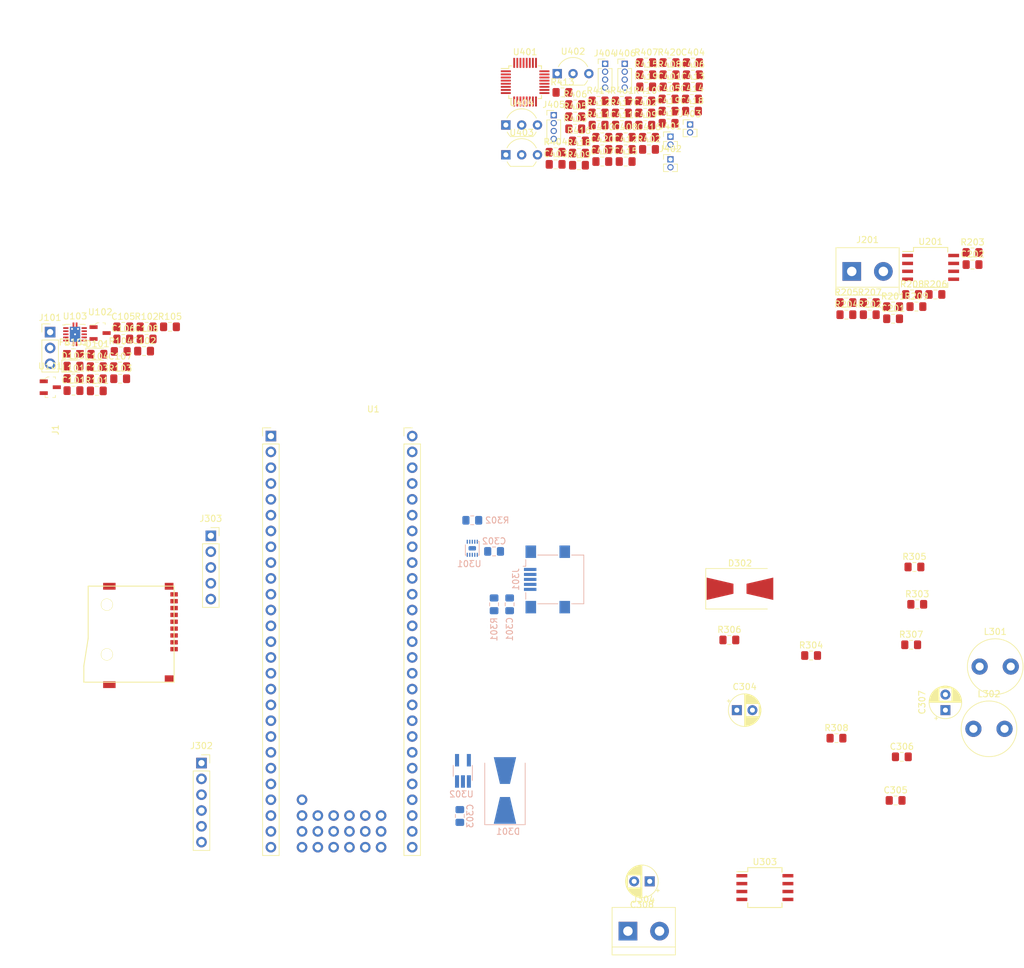
<source format=kicad_pcb>
(kicad_pcb (version 20171130) (host pcbnew 5.0.1-33cea8e~68~ubuntu18.04.1)
  (title_block (title VOP24) (date 2018-11-01) (rev 0.2) (company "Universidad Favaloro"))
  (layers (0 F.Cu signal) (31 B.Cu signal) (34 B.Paste user) (35 F.Paste user) (36 B.SilkS user) (37 F.SilkS user) (38 B.Mask user) (39 F.Mask user) (44 Edge.Cuts user))
  (net 0 "")
  (net 1 /DGND)
  (net 2 /CD_SD)
  (net 3 /MISO_SD)
  (net 4 /SCLK_SD)
  (net 5 /DVCC)
  (net 6 /MOSI_SD)
  (net 7 /CS_SD)
  (net 8 "Net-(J1-Pad1)")
  (net 9 /VUSB_OUT)
  (net 10 /TPD_~EN)
  (net 11 /TPD_~ACK)
  (net 12 /USB_ID)
  (net 13 "Net-(C302-Pad1)")
  (net 14 /Comunicacion/USB_GND)
  (net 15 /USB_D-)
  (net 16 /USB_D+)
  (net 17 "Net-(C410-Pad1)")
  (net 18 "Net-(C410-Pad2)")
  (net 19 /ADS1292_esquematico/SENS1N)
  (net 20 /ADS1292_esquematico/SENS1P)
  (net 21 /ADS1292_esquematico/SENS2N)
  (net 22 "Net-(C411-Pad1)")
  (net 23 /ADS1292_esquematico/SENS2P)
  (net 24 "Net-(C411-Pad2)")
  (net 25 /CS_ADS)
  (net 26 /CLK_ADS)
  (net 27 /MISO_ADS)
  (net 28 /MOSI_ADS)
  (net 29 /SCLK_ADS)
  (net 30 /DRDY_ADS)
  (net 31 /START_ADS)
  (net 32 /ADS1292_esquematico/VREFP)
  (net 33 /PWDNE_ADS)
  (net 34 /AVCC)
  (net 35 /ADS1292_esquematico/CLKSEL)
  (net 36 /AGND)
  (net 37 /ADS1292_esquematico/VCAP1)
  (net 38 /ADS1292_esquematico/GPIO1)
  (net 39 /ADS1292_esquematico/SENS3N)
  (net 40 /ADS1292_esquematico/GPIO2)
  (net 41 /ADS1292_esquematico/RLDIN)
  (net 42 /ADS1292_esquematico/VCAP2)
  (net 43 /ADS1292_esquematico/RLDINV)
  (net 44 /ADS1292_esquematico/RLDOUT)
  (net 45 /ADS1292_esquematico/SENS3P)
  (net 46 "Net-(U1-Pad2)")
  (net 47 "Net-(U1-Pad3)")
  (net 48 /RESET)
  (net 49 /UUTXD)
  (net 50 /UURXD)
  (net 51 /ADC_BAT)
  (net 52 /ADC_TEMP)
  (net 53 "Net-(U1-Pad19)")
  (net 54 "Net-(U1-Pad20)")
  (net 55 /BLE_TXD)
  (net 56 /BLE_RXD)
  (net 57 /BLE_EN)
  (net 58 /BLE_STATE)
  (net 59 "Net-(U1-Pad25)")
  (net 60 "Net-(U1-Pad26)")
  (net 61 "Net-(U1-Pad27)")
  (net 62 "Net-(U1-Pad30)")
  (net 63 "Net-(U1-Pad46)")
  (net 64 "Net-(U1-Pad29)")
  (net 65 "Net-(U1-Pad33)")
  (net 66 "Net-(U1-Pad47)")
  (net 67 "Net-(U1-Pad31)")
  (net 68 "Net-(U1-Pad53)")
  (net 69 "Net-(U1-Pad50)")
  (net 70 "Net-(U1-Pad52)")
  (net 71 /LT1512_SS)
  (net 72 "Net-(U1-Pad32)")
  (net 73 "Net-(U1-Pad35)")
  (net 74 "Net-(U1-Pad51)")
  (net 75 "Net-(U1-Pad41)")
  (net 76 /LTC4411_STAT)
  (net 77 "Net-(U1-Pad34)")
  (net 78 "Net-(U1-PadPD13)")
  (net 79 "Net-(U1-PadPD7)")
  (net 80 "Net-(U1-PadPD16)")
  (net 81 "Net-(U1-PadPD10)")
  (net 82 "Net-(U1-PadPD4)")
  (net 83 "Net-(U1-PadPD1)")
  (net 84 "Net-(U1-PadPD14)")
  (net 85 "Net-(U1-PadPD8)")
  (net 86 "Net-(U1-PadPD17)")
  (net 87 "Net-(U1-PadPD11)")
  (net 88 "Net-(U1-PadPD5)")
  (net 89 "Net-(U1-PadPD2)")
  (net 90 "Net-(U1-PadPD15)")
  (net 91 "Net-(U1-PadPD9)")
  (net 92 "Net-(U1-PadPD18)")
  (net 93 "Net-(U1-PadPD12)")
  (net 94 "Net-(U1-PadPD6)")
  (net 95 "Net-(U1-PadPD3)")
  (net 96 "Net-(U1-PadPD19)")
  (net 97 /fuentesLDO/VCC_NREG)
  (net 98 /analogico/VBAT)
  (net 99 "Net-(J201-Pad2)")
  (net 100 "Net-(D101-Pad1)")
  (net 101 "Net-(J404-Pad2)")
  (net 102 "Net-(J406-Pad2)")
  (net 103 "Net-(J406-Pad3)")
  (net 104 "Net-(J405-Pad2)")
  (net 105 "Net-(J405-Pad3)")
  (net 106 "Net-(J404-Pad3)")
  (net 107 "Net-(J406-Pad4)")
  (net 108 "Net-(R408-Pad2)")
  (net 109 "Net-(R407-Pad2)")
  (net 110 "Net-(J405-Pad4)")
  (net 111 "Net-(J404-Pad4)")
  (net 112 "Net-(R406-Pad2)")
  (net 113 "Net-(R206-Pad1)")
  (net 114 "Net-(C301-Pad1)")
  (net 115 "Net-(R204-Pad2)")
  (net 116 "Net-(C305-Pad2)")
  (net 117 "Net-(L302-Pad2)")
  (net 118 "Net-(C306-Pad1)")
  (net 119 "Net-(R307-Pad1)")
  (net 120 "Net-(R207-Pad1)")
  (net 121 "Net-(R202-Pad1)")
  (net 122 "Net-(D102-Pad1)")
  (net 123 "Net-(C104-Pad1)")
  (net 124 /fuentesLDO/DVCC_UD)
  (net 125 "Net-(L101-Pad2)")
  (net 126 "Net-(L101-Pad1)")
  (net 127 "Net-(C307-Pad2)")
  (net 128 "Net-(C305-Pad1)")
  (net 129 "Net-(C307-Pad1)")
  (net 130 /Comunicacion/UU_5V)
  (net 131 /Comunicacion/DGND)
  (module Connector_PinSocket_2.54mm:PinSocket_1x05_P2.54mm_Vertical (layer F.Cu) (at 70 121.5)
    (fp_text reference J303 (at 0 -2.77) (layer F.SilkS))
    (fp_text value Conn_01x05_Male)
    (pad 1 thru_hole rect (at 0 0) (size 1.7 1.7) (drill 1) (layers *.Cu *.Mask) (net 5 /DVCC))
    (pad 2 thru_hole oval (at 0 2.54) (size 1.7 1.7) (drill 1) (layers *.Cu *.Mask) (net 49 /UUTXD))
    (pad 3 thru_hole oval (at 0 5.08) (size 1.7 1.7) (drill 1) (layers *.Cu *.Mask) (net 50 /UURXD))
    (pad 4 thru_hole oval (at 0 7.62) (size 1.7 1.7) (drill 1) (layers *.Cu *.Mask) (net 1 /DGND))
    (pad 5 thru_hole oval (at 0 10.16) (size 1.7 1.7) (drill 1) (layers *.Cu *.Mask) (net 130 /Comunicacion/UU_5V))
  )
  (module Connector_PinSocket_2.54mm:PinSocket_1x06_P2.54mm_Vertical (layer F.Cu) (at 68.5 158)
    (fp_text reference J302 (at 0 -2.77) (layer F.SilkS))
    (fp_text value Conn_01x06_Male)
    (pad 1 thru_hole rect (at 0 0) (size 1.7 1.7) (drill 1) (layers *.Cu *.Mask) (net 58 /BLE_STATE))
    (pad 2 thru_hole oval (at 0 2.54) (size 1.7 1.7) (drill 1) (layers *.Cu *.Mask) (net 56 /BLE_RXD))
    (pad 3 thru_hole oval (at 0 5.08) (size 1.7 1.7) (drill 1) (layers *.Cu *.Mask) (net 55 /BLE_TXD))
    (pad 4 thru_hole oval (at 0 7.62) (size 1.7 1.7) (drill 1) (layers *.Cu *.Mask) (net 1 /DGND))
    (pad 5 thru_hole oval (at 0 10.16) (size 1.7 1.7) (drill 1) (layers *.Cu *.Mask) (net 5 /DVCC))
    (pad 6 thru_hole oval (at 0 12.7) (size 1.7 1.7) (drill 1) (layers *.Cu *.Mask) (net 57 /BLE_EN))
  )
  (module Capacitor_SMD:C_0805_2012Metric_Pad1.15x1.40mm_HandSolder (layer F.Cu) (at 136.035001 55.525001)
    (fp_text reference C411 (at 0 -1.65) (layer F.SilkS))
    (fp_text value 4.7nF)
    (pad 1 smd roundrect (at -1.025 0) (size 1.15 1.4) (layers F.Cu F.Paste F.Mask) (roundrect_rratio 0.217391) (net 22 "Net-(C411-Pad1)"))
    (pad 2 smd roundrect (at 1.025 0) (size 1.15 1.4) (layers F.Cu F.Paste F.Mask) (roundrect_rratio 0.217391) (net 24 "Net-(C411-Pad2)"))
  )
  (module Capacitor_SMD:C_0805_2012Metric_Pad1.15x1.40mm_HandSolder (layer F.Cu) (at 47.935001 98.175001)
    (fp_text reference C101 (at 0 -1.65) (layer F.SilkS))
    (fp_text value 1uF)
    (pad 2 smd roundrect (at 1.025 0) (size 1.15 1.4) (layers F.Cu F.Paste F.Mask) (roundrect_rratio 0.217391) (net 1 /DGND))
    (pad 1 smd roundrect (at -1.025 0) (size 1.15 1.4) (layers F.Cu F.Paste F.Mask) (roundrect_rratio 0.217391) (net 97 /fuentesLDO/VCC_NREG))
  )
  (module Capacitor_SMD:C_0805_2012Metric_Pad1.15x1.40mm_HandSolder (layer F.Cu) (at 51.685001 96.265001)
    (fp_text reference C103 (at 0 -1.65) (layer F.SilkS))
    (fp_text value 10uF)
    (pad 1 smd roundrect (at -1.025 0) (size 1.15 1.4) (layers F.Cu F.Paste F.Mask) (roundrect_rratio 0.217391) (net 97 /fuentesLDO/VCC_NREG))
    (pad 2 smd roundrect (at 1.025 0) (size 1.15 1.4) (layers F.Cu F.Paste F.Mask) (roundrect_rratio 0.217391) (net 1 /DGND))
  )
  (module Capacitor_SMD:C_0805_2012Metric_Pad1.15x1.40mm_HandSolder (layer F.Cu) (at 51.685001 94.315001)
    (fp_text reference C104 (at 0 -1.65) (layer F.SilkS))
    (fp_text value 0.1uF)
    (pad 2 smd roundrect (at 1.025 0) (size 1.15 1.4) (layers F.Cu F.Paste F.Mask) (roundrect_rratio 0.217391) (net 1 /DGND))
    (pad 1 smd roundrect (at -1.025 0) (size 1.15 1.4) (layers F.Cu F.Paste F.Mask) (roundrect_rratio 0.217391) (net 123 "Net-(C104-Pad1)"))
  )
  (module Capacitor_SMD:C_0805_2012Metric_Pad1.15x1.40mm_HandSolder (layer F.Cu) (at 55.935001 87.925001)
    (fp_text reference C105 (at 0 -1.65) (layer F.SilkS))
    (fp_text value 1uF)
    (pad 1 smd roundrect (at -1.025 0) (size 1.15 1.4) (layers F.Cu F.Paste F.Mask) (roundrect_rratio 0.217391) (net 5 /DVCC))
    (pad 2 smd roundrect (at 1.025 0) (size 1.15 1.4) (layers F.Cu F.Paste F.Mask) (roundrect_rratio 0.217391) (net 1 /DGND))
  )
  (module Capacitor_SMD:C_0805_2012Metric_Pad1.15x1.40mm_HandSolder (layer F.Cu) (at 55.935001 89.875001)
    (fp_text reference C106 (at 0 -1.65) (layer F.SilkS))
    (fp_text value 1uF)
    (pad 2 smd roundrect (at 1.025 0) (size 1.15 1.4) (layers F.Cu F.Paste F.Mask) (roundrect_rratio 0.217391) (net 36 /AGND))
    (pad 1 smd roundrect (at -1.025 0) (size 1.15 1.4) (layers F.Cu F.Paste F.Mask) (roundrect_rratio 0.217391) (net 34 /AVCC))
  )
  (module Capacitor_SMD:C_0805_2012Metric_Pad1.15x1.40mm_HandSolder (layer F.Cu) (at 55.435001 94.315001)
    (fp_text reference C107 (at 0 -1.65) (layer F.SilkS))
    (fp_text value 10uF)
    (pad 1 smd roundrect (at -1.025 0) (size 1.15 1.4) (layers F.Cu F.Paste F.Mask) (roundrect_rratio 0.217391) (net 124 /fuentesLDO/DVCC_UD))
    (pad 2 smd roundrect (at 1.025 0) (size 1.15 1.4) (layers F.Cu F.Paste F.Mask) (roundrect_rratio 0.217391) (net 1 /DGND))
  )
  (module Capacitor_SMD:C_0805_2012Metric_Pad1.15x1.40mm_HandSolder (layer F.Cu) (at 59.685001 89.875001)
    (fp_text reference C108 (at 0 -1.65) (layer F.SilkS))
    (fp_text value 10uF)
    (pad 2 smd roundrect (at 1.025 0) (size 1.15 1.4) (layers F.Cu F.Paste F.Mask) (roundrect_rratio 0.217391) (net 1 /DGND))
    (pad 1 smd roundrect (at -1.025 0) (size 1.15 1.4) (layers F.Cu F.Paste F.Mask) (roundrect_rratio 0.217391) (net 124 /fuentesLDO/DVCC_UD))
  )
  (module Capacitor_SMD:C_0805_2012Metric_Pad1.15x1.40mm_HandSolder (layer F.Cu) (at 132.885001 59.425001)
    (fp_text reference C420 (at 0 -1.65) (layer F.SilkS))
    (fp_text value 470pF)
    (pad 1 smd roundrect (at -1.025 0) (size 1.15 1.4) (layers F.Cu F.Paste F.Mask) (roundrect_rratio 0.217391) (net 45 /ADS1292_esquematico/SENS3P))
    (pad 2 smd roundrect (at 1.025 0) (size 1.15 1.4) (layers F.Cu F.Paste F.Mask) (roundrect_rratio 0.217391) (net 36 /AGND))
  )
  (module Capacitor_SMD:C_0805_2012Metric_Pad1.15x1.40mm_HandSolder (layer F.Cu) (at 192.355001 77.925001)
    (fp_text reference C202 (at 0 -1.65) (layer F.SilkS))
    (fp_text value 0.1uF)
    (pad 2 smd roundrect (at 1.025 0) (size 1.15 1.4) (layers F.Cu F.Paste F.Mask) (roundrect_rratio 0.217391) (net 36 /AGND))
    (pad 1 smd roundrect (at -1.025 0) (size 1.15 1.4) (layers F.Cu F.Paste F.Mask) (roundrect_rratio 0.217391) (net 34 /AVCC))
  )
  (module Capacitor_SMD:C_0805_2012Metric_Pad1.15x1.40mm_HandSolder (layer B.Cu) (at 118 132.5 90)
    (fp_text reference C301 (at -4 0 90) (layer B.SilkS) (effects (justify mirror)))
    (fp_text value 10n/500V)
    (pad 1 smd roundrect (at -1.025 0 90) (size 1.15 1.4) (layers B.Cu B.Paste B.Mask) (roundrect_rratio 0.217391) (net 114 "Net-(C301-Pad1)"))
    (pad 2 smd roundrect (at 1.025 0 90) (size 1.15 1.4) (layers B.Cu B.Paste B.Mask) (roundrect_rratio 0.217391) (net 14 /Comunicacion/USB_GND))
  )
  (module Capacitor_SMD:C_0805_2012Metric_Pad1.15x1.40mm_HandSolder (layer B.Cu) (at 115.5 124 180)
    (fp_text reference C302 (at 0 1.65 180) (layer B.SilkS) (effects (justify mirror)))
    (fp_text value 10uF)
    (pad 2 smd roundrect (at 1.025 0 180) (size 1.15 1.4) (layers B.Cu B.Paste B.Mask) (roundrect_rratio 0.217391) (net 131 /Comunicacion/DGND))
    (pad 1 smd roundrect (at -1.025 0 180) (size 1.15 1.4) (layers B.Cu B.Paste B.Mask) (roundrect_rratio 0.217391) (net 13 "Net-(C302-Pad1)"))
  )
  (module Capacitor_SMD:C_0805_2012Metric_Pad1.15x1.40mm_HandSolder (layer B.Cu) (at 110 166.5 90)
    (fp_text reference C303 (at 0 1.65 90) (layer B.SilkS) (effects (justify mirror)))
    (fp_text value 0.1uF)
    (pad 1 smd roundrect (at -1.025 0 90) (size 1.15 1.4) (layers B.Cu B.Paste B.Mask) (roundrect_rratio 0.217391) (net 97 /fuentesLDO/VCC_NREG))
    (pad 2 smd roundrect (at 1.025 0 90) (size 1.15 1.4) (layers B.Cu B.Paste B.Mask) (roundrect_rratio 0.217391) (net 1 /DGND))
  )
  (module Capacitor_SMD:C_0805_2012Metric_Pad1.15x1.40mm_HandSolder (layer F.Cu) (at 180 164)
    (fp_text reference C305 (at 0 -1.65) (layer F.SilkS))
    (fp_text value 0.1uF)
    (pad 2 smd roundrect (at 1.025 0) (size 1.15 1.4) (layers F.Cu F.Paste F.Mask) (roundrect_rratio 0.217391) (net 116 "Net-(C305-Pad2)"))
    (pad 1 smd roundrect (at -1.025 0) (size 1.15 1.4) (layers F.Cu F.Paste F.Mask) (roundrect_rratio 0.217391) (net 128 "Net-(C305-Pad1)"))
  )
  (module Capacitor_SMD:C_0805_2012Metric_Pad1.15x1.40mm_HandSolder (layer F.Cu) (at 181 157)
    (fp_text reference C306 (at 0 -1.65) (layer F.SilkS))
    (fp_text value 0.22uF)
    (pad 1 smd roundrect (at -1.025 0) (size 1.15 1.4) (layers F.Cu F.Paste F.Mask) (roundrect_rratio 0.217391) (net 118 "Net-(C306-Pad1)"))
    (pad 2 smd roundrect (at 1.025 0) (size 1.15 1.4) (layers F.Cu F.Paste F.Mask) (roundrect_rratio 0.217391) (net 1 /DGND))
  )
  (module Capacitor_SMD:C_0805_2012Metric_Pad1.15x1.40mm_HandSolder (layer F.Cu) (at 59.275001 91.825001)
    (fp_text reference C102 (at 0 -1.65) (layer F.SilkS))
    (fp_text value 1uF)
    (pad 2 smd roundrect (at 1.025 0) (size 1.15 1.4) (layers F.Cu F.Paste F.Mask) (roundrect_rratio 0.217391) (net 36 /AGND))
    (pad 1 smd roundrect (at -1.025 0) (size 1.15 1.4) (layers F.Cu F.Paste F.Mask) (roundrect_rratio 0.217391) (net 97 /fuentesLDO/VCC_NREG))
  )
  (module Capacitor_SMD:C_0805_2012Metric_Pad1.15x1.40mm_HandSolder (layer F.Cu) (at 143.685001 49.375001)
    (fp_text reference C401 (at 0 -1.65) (layer F.SilkS))
    (fp_text value 1uF)
    (pad 1 smd roundrect (at -1.025 0) (size 1.15 1.4) (layers F.Cu F.Paste F.Mask) (roundrect_rratio 0.217391) (net 37 /ADS1292_esquematico/VCAP1))
    (pad 2 smd roundrect (at 1.025 0) (size 1.15 1.4) (layers F.Cu F.Paste F.Mask) (roundrect_rratio 0.217391) (net 1 /DGND))
  )
  (module Capacitor_SMD:C_0805_2012Metric_Pad1.15x1.40mm_HandSolder (layer F.Cu) (at 179.595001 86.625001)
    (fp_text reference C201 (at 0 -1.65) (layer F.SilkS))
    (fp_text value 10uF)
    (pad 2 smd roundrect (at 1.025 0) (size 1.15 1.4) (layers F.Cu F.Paste F.Mask) (roundrect_rratio 0.217391) (net 36 /AGND))
    (pad 1 smd roundrect (at -1.025 0) (size 1.15 1.4) (layers F.Cu F.Paste F.Mask) (roundrect_rratio 0.217391) (net 34 /AVCC))
  )
  (module Capacitor_SMD:C_0805_2012Metric_Pad1.15x1.40mm_HandSolder (layer F.Cu) (at 147.435001 45.475001)
    (fp_text reference C404 (at 0 -1.65) (layer F.SilkS))
    (fp_text value 0.1uF)
    (pad 1 smd roundrect (at -1.025 0) (size 1.15 1.4) (layers F.Cu F.Paste F.Mask) (roundrect_rratio 0.217391) (net 32 /ADS1292_esquematico/VREFP))
    (pad 2 smd roundrect (at 1.025 0) (size 1.15 1.4) (layers F.Cu F.Paste F.Mask) (roundrect_rratio 0.217391) (net 1 /DGND))
  )
  (module Capacitor_SMD:C_0805_2012Metric_Pad1.15x1.40mm_HandSolder (layer F.Cu) (at 143.535001 51.325001)
    (fp_text reference C405 (at 0 -1.65) (layer F.SilkS))
    (fp_text value 1uF)
    (pad 2 smd roundrect (at 1.025 0) (size 1.15 1.4) (layers F.Cu F.Paste F.Mask) (roundrect_rratio 0.217391) (net 1 /DGND))
    (pad 1 smd roundrect (at -1.025 0) (size 1.15 1.4) (layers F.Cu F.Paste F.Mask) (roundrect_rratio 0.217391) (net 5 /DVCC))
  )
  (module Capacitor_SMD:C_0805_2012Metric_Pad1.15x1.40mm_HandSolder (layer F.Cu) (at 147.435001 47.425001)
    (fp_text reference C406 (at 0 -1.65) (layer F.SilkS))
    (fp_text value 0.1uF)
    (pad 1 smd roundrect (at -1.025 0) (size 1.15 1.4) (layers F.Cu F.Paste F.Mask) (roundrect_rratio 0.217391) (net 5 /DVCC))
    (pad 2 smd roundrect (at 1.025 0) (size 1.15 1.4) (layers F.Cu F.Paste F.Mask) (roundrect_rratio 0.217391) (net 1 /DGND))
  )
  (module Capacitor_SMD:C_0805_2012Metric_Pad1.15x1.40mm_HandSolder (layer F.Cu) (at 132.885001 61.375001)
    (fp_text reference C407 (at 0 -1.65) (layer F.SilkS))
    (fp_text value 1uF)
    (pad 2 smd roundrect (at 1.025 0) (size 1.15 1.4) (layers F.Cu F.Paste F.Mask) (roundrect_rratio 0.217391) (net 1 /DGND))
    (pad 1 smd roundrect (at -1.025 0) (size 1.15 1.4) (layers F.Cu F.Paste F.Mask) (roundrect_rratio 0.217391) (net 5 /DVCC))
  )
  (module Capacitor_SMD:C_0805_2012Metric_Pad1.15x1.40mm_HandSolder (layer F.Cu) (at 136.635001 57.475001)
    (fp_text reference C408 (at 0 -1.65) (layer F.SilkS))
    (fp_text value 0.1uF)
    (pad 1 smd roundrect (at -1.025 0) (size 1.15 1.4) (layers F.Cu F.Paste F.Mask) (roundrect_rratio 0.217391) (net 5 /DVCC))
    (pad 2 smd roundrect (at 1.025 0) (size 1.15 1.4) (layers F.Cu F.Paste F.Mask) (roundrect_rratio 0.217391) (net 1 /DGND))
  )
  (module Capacitor_SMD:C_0805_2012Metric_Pad1.15x1.40mm_HandSolder (layer F.Cu) (at 139.785001 55.525001)
    (fp_text reference C409 (at 0 -1.65) (layer F.SilkS))
    (fp_text value 1.5nF)
    (pad 2 smd roundrect (at 1.025 0) (size 1.15 1.4) (layers F.Cu F.Paste F.Mask) (roundrect_rratio 0.217391) (net 44 /ADS1292_esquematico/RLDOUT))
    (pad 1 smd roundrect (at -1.025 0) (size 1.15 1.4) (layers F.Cu F.Paste F.Mask) (roundrect_rratio 0.217391) (net 43 /ADS1292_esquematico/RLDINV))
  )
  (module Capacitor_SMD:C_0805_2012Metric_Pad1.15x1.40mm_HandSolder (layer F.Cu) (at 132.885001 57.475001)
    (fp_text reference C410 (at 0 -1.65) (layer F.SilkS))
    (fp_text value 4.7nF)
    (pad 1 smd roundrect (at -1.025 0) (size 1.15 1.4) (layers F.Cu F.Paste F.Mask) (roundrect_rratio 0.217391) (net 17 "Net-(C410-Pad1)"))
    (pad 2 smd roundrect (at 1.025 0) (size 1.15 1.4) (layers F.Cu F.Paste F.Mask) (roundrect_rratio 0.217391) (net 18 "Net-(C410-Pad2)"))
  )
  (module Capacitor_SMD:C_0805_2012Metric_Pad1.15x1.40mm_HandSolder (layer F.Cu) (at 139.785001 53.575001)
    (fp_text reference C402 (at 0 -1.65) (layer F.SilkS))
    (fp_text value 1uF)
    (pad 2 smd roundrect (at 1.025 0) (size 1.15 1.4) (layers F.Cu F.Paste F.Mask) (roundrect_rratio 0.217391) (net 1 /DGND))
    (pad 1 smd roundrect (at -1.025 0) (size 1.15 1.4) (layers F.Cu F.Paste F.Mask) (roundrect_rratio 0.217391) (net 42 /ADS1292_esquematico/VCAP2))
  )
  (module Capacitor_SMD:C_0805_2012Metric_Pad1.15x1.40mm_HandSolder (layer F.Cu) (at 136.635001 59.425001)
    (fp_text reference C412 (at 0 -1.65) (layer F.SilkS))
    (fp_text value 470pF)
    (pad 1 smd roundrect (at -1.025 0) (size 1.15 1.4) (layers F.Cu F.Paste F.Mask) (roundrect_rratio 0.217391) (net 19 /ADS1292_esquematico/SENS1N))
    (pad 2 smd roundrect (at 1.025 0) (size 1.15 1.4) (layers F.Cu F.Paste F.Mask) (roundrect_rratio 0.217391) (net 20 /ADS1292_esquematico/SENS1P))
  )
  (module Capacitor_SMD:C_0805_2012Metric_Pad1.15x1.40mm_HandSolder (layer F.Cu) (at 147.435001 49.375001)
    (fp_text reference C413 (at 0 -1.65) (layer F.SilkS))
    (fp_text value 470pF)
    (pad 2 smd roundrect (at 1.025 0) (size 1.15 1.4) (layers F.Cu F.Paste F.Mask) (roundrect_rratio 0.217391) (net 23 /ADS1292_esquematico/SENS2P))
    (pad 1 smd roundrect (at -1.025 0) (size 1.15 1.4) (layers F.Cu F.Paste F.Mask) (roundrect_rratio 0.217391) (net 21 /ADS1292_esquematico/SENS2N))
  )
  (module Capacitor_SMD:C_0805_2012Metric_Pad1.15x1.40mm_HandSolder (layer F.Cu) (at 147.285001 51.325001)
    (fp_text reference C414 (at 0 -1.65) (layer F.SilkS))
    (fp_text value 470pF)
    (pad 1 smd roundrect (at -1.025 0) (size 1.15 1.4) (layers F.Cu F.Paste F.Mask) (roundrect_rratio 0.217391) (net 39 /ADS1292_esquematico/SENS3N))
    (pad 2 smd roundrect (at 1.025 0) (size 1.15 1.4) (layers F.Cu F.Paste F.Mask) (roundrect_rratio 0.217391) (net 45 /ADS1292_esquematico/SENS3P))
  )
  (module Capacitor_SMD:C_0805_2012Metric_Pad1.15x1.40mm_HandSolder (layer F.Cu) (at 136.635001 61.375001)
    (fp_text reference C415 (at 0 -1.65) (layer F.SilkS))
    (fp_text value 470pF)
    (pad 2 smd roundrect (at 1.025 0) (size 1.15 1.4) (layers F.Cu F.Paste F.Mask) (roundrect_rratio 0.217391) (net 36 /AGND))
    (pad 1 smd roundrect (at -1.025 0) (size 1.15 1.4) (layers F.Cu F.Paste F.Mask) (roundrect_rratio 0.217391) (net 19 /ADS1292_esquematico/SENS1N))
  )
  (module Capacitor_SMD:C_0805_2012Metric_Pad1.15x1.40mm_HandSolder (layer F.Cu) (at 140.385001 57.475001)
    (fp_text reference C416 (at 0 -1.65) (layer F.SilkS))
    (fp_text value 470pF)
    (pad 1 smd roundrect (at -1.025 0) (size 1.15 1.4) (layers F.Cu F.Paste F.Mask) (roundrect_rratio 0.217391) (net 20 /ADS1292_esquematico/SENS1P))
    (pad 2 smd roundrect (at 1.025 0) (size 1.15 1.4) (layers F.Cu F.Paste F.Mask) (roundrect_rratio 0.217391) (net 36 /AGND))
  )
  (module Capacitor_SMD:C_0805_2012Metric_Pad1.15x1.40mm_HandSolder (layer F.Cu) (at 143.535001 55.225001)
    (fp_text reference C417 (at 0 -1.65) (layer F.SilkS))
    (fp_text value 470pF)
    (pad 2 smd roundrect (at 1.025 0) (size 1.15 1.4) (layers F.Cu F.Paste F.Mask) (roundrect_rratio 0.217391) (net 36 /AGND))
    (pad 1 smd roundrect (at -1.025 0) (size 1.15 1.4) (layers F.Cu F.Paste F.Mask) (roundrect_rratio 0.217391) (net 21 /ADS1292_esquematico/SENS2N))
  )
  (module Capacitor_SMD:C_0805_2012Metric_Pad1.15x1.40mm_HandSolder (layer F.Cu) (at 147.285001 53.275001)
    (fp_text reference C418 (at 0 -1.65) (layer F.SilkS))
    (fp_text value 470pF)
    (pad 1 smd roundrect (at -1.025 0) (size 1.15 1.4) (layers F.Cu F.Paste F.Mask) (roundrect_rratio 0.217391) (net 23 /ADS1292_esquematico/SENS2P))
    (pad 2 smd roundrect (at 1.025 0) (size 1.15 1.4) (layers F.Cu F.Paste F.Mask) (roundrect_rratio 0.217391) (net 36 /AGND))
  )
  (module Capacitor_SMD:C_0805_2012Metric_Pad1.15x1.40mm_HandSolder (layer F.Cu) (at 125.385001 61.825001)
    (fp_text reference C403 (at 0 -1.65) (layer F.SilkS))
    (fp_text value 10uF)
    (pad 2 smd roundrect (at 1.025 0) (size 1.15 1.4) (layers F.Cu F.Paste F.Mask) (roundrect_rratio 0.217391) (net 1 /DGND))
    (pad 1 smd roundrect (at -1.025 0) (size 1.15 1.4) (layers F.Cu F.Paste F.Mask) (roundrect_rratio 0.217391) (net 32 /ADS1292_esquematico/VREFP))
  )
  (module Capacitor_SMD:C_0805_2012Metric_Pad1.15x1.40mm_HandSolder (layer F.Cu) (at 143.535001 53.275001)
    (fp_text reference C419 (at 0 -1.65) (layer F.SilkS))
    (fp_text value 470pF)
    (pad 1 smd roundrect (at -1.025 0) (size 1.15 1.4) (layers F.Cu F.Paste F.Mask) (roundrect_rratio 0.217391) (net 39 /ADS1292_esquematico/SENS3N))
    (pad 2 smd roundrect (at 1.025 0) (size 1.15 1.4) (layers F.Cu F.Paste F.Mask) (roundrect_rratio 0.217391) (net 36 /AGND))
  )
  (module Capacitor_THT:CP_Radial_D5.0mm_P2.50mm (layer F.Cu) (at 140.5 177 180)
    (fp_text reference C308 (at 1.25 -3.75 180) (layer F.SilkS))
    (fp_text value 22uF/25V)
    (pad 1 thru_hole rect (at 0 0 180) (size 1.6 1.6) (drill 0.8) (layers *.Cu *.Mask) (net 1 /DGND))
    (pad 2 thru_hole circle (at 2.5 0 180) (size 1.6 1.6) (drill 0.8) (layers *.Cu *.Mask) (net 98 /analogico/VBAT))
  )
  (module Capacitor_THT:CP_Radial_D5.0mm_P2.50mm (layer F.Cu) (at 154.5 149.5)
    (fp_text reference C304 (at 1.25 -3.75) (layer F.SilkS))
    (fp_text value "22uF/25V bajo ESR")
    (pad 2 thru_hole circle (at 2.5 0) (size 1.6 1.6) (drill 0.8) (layers *.Cu *.Mask) (net 1 /DGND))
    (pad 1 thru_hole rect (at 0 0) (size 1.6 1.6) (drill 0.8) (layers *.Cu *.Mask) (net 9 /VUSB_OUT))
  )
  (module Capacitor_THT:CP_Radial_D5.0mm_P2.50mm (layer F.Cu) (at 188 149.5 90)
    (fp_text reference C307 (at 1.25 -3.75 90) (layer F.SilkS))
    (fp_text value "2.2uF CER")
    (pad 1 thru_hole rect (at 0 0 90) (size 1.6 1.6) (drill 0.8) (layers *.Cu *.Mask) (net 129 "Net-(C307-Pad1)"))
    (pad 2 thru_hole circle (at 2.5 0 90) (size 1.6 1.6) (drill 0.8) (layers *.Cu *.Mask) (net 127 "Net-(C307-Pad2)"))
  )
  (module Connector_PinHeader_1.27mm:PinHeader_1x02_P1.27mm_Vertical (layer F.Cu) (at 146.985001 55.425001)
    (fp_text reference J403 (at 0 -1.695) (layer F.SilkS))
    (fp_text value Conn_01x02)
    (pad 1 thru_hole rect (at 0 0) (size 1 1) (drill 0.65) (layers *.Cu *.Mask) (net 45 /ADS1292_esquematico/SENS3P))
    (pad 2 thru_hole oval (at 0 1.27) (size 1 1) (drill 0.65) (layers *.Cu *.Mask) (net 39 /ADS1292_esquematico/SENS3N))
  )
  (module Connector_PinHeader_1.27mm:PinHeader_1x02_P1.27mm_Vertical (layer F.Cu) (at 143.835001 61.025001)
    (fp_text reference J402 (at 0 -1.695) (layer F.SilkS))
    (fp_text value Conn_01x02)
    (pad 2 thru_hole oval (at 0 1.27) (size 1 1) (drill 0.65) (layers *.Cu *.Mask) (net 21 /ADS1292_esquematico/SENS2N))
    (pad 1 thru_hole rect (at 0 0) (size 1 1) (drill 0.65) (layers *.Cu *.Mask) (net 23 /ADS1292_esquematico/SENS2P))
  )
  (module Connector_PinHeader_1.27mm:PinHeader_1x02_P1.27mm_Vertical (layer F.Cu) (at 143.835001 57.375001)
    (fp_text reference J401 (at 0 -1.695) (layer F.SilkS))
    (fp_text value Conn_01x02)
    (pad 1 thru_hole rect (at 0 0) (size 1 1) (drill 0.65) (layers *.Cu *.Mask) (net 20 /ADS1292_esquematico/SENS1P))
    (pad 2 thru_hole oval (at 0 1.27) (size 1 1) (drill 0.65) (layers *.Cu *.Mask) (net 19 /ADS1292_esquematico/SENS1N))
  )
  (module Connector_PinHeader_1.27mm:PinHeader_1x04_P1.27mm_Vertical (layer F.Cu) (at 125.085001 53.925001)
    (fp_text reference J405 (at 0 -1.695) (layer F.SilkS))
    (fp_text value Conn_01x04)
    (pad 1 thru_hole rect (at 0 0) (size 1 1) (drill 0.65) (layers *.Cu *.Mask) (net 36 /AGND))
    (pad 2 thru_hole oval (at 0 1.27) (size 1 1) (drill 0.65) (layers *.Cu *.Mask) (net 104 "Net-(J405-Pad2)"))
    (pad 3 thru_hole oval (at 0 2.54) (size 1 1) (drill 0.65) (layers *.Cu *.Mask) (net 105 "Net-(J405-Pad3)"))
    (pad 4 thru_hole oval (at 0 3.81) (size 1 1) (drill 0.65) (layers *.Cu *.Mask) (net 110 "Net-(J405-Pad4)"))
  )
  (module Connector_PinHeader_1.27mm:PinHeader_1x04_P1.27mm_Vertical (layer F.Cu) (at 133.335001 45.675001)
    (fp_text reference J404 (at 0 -1.695) (layer F.SilkS))
    (fp_text value Conn_01x04)
    (pad 4 thru_hole oval (at 0 3.81) (size 1 1) (drill 0.65) (layers *.Cu *.Mask) (net 111 "Net-(J404-Pad4)"))
    (pad 3 thru_hole oval (at 0 2.54) (size 1 1) (drill 0.65) (layers *.Cu *.Mask) (net 106 "Net-(J404-Pad3)"))
    (pad 2 thru_hole oval (at 0 1.27) (size 1 1) (drill 0.65) (layers *.Cu *.Mask) (net 101 "Net-(J404-Pad2)"))
    (pad 1 thru_hole rect (at 0 0) (size 1 1) (drill 0.65) (layers *.Cu *.Mask) (net 36 /AGND))
  )
  (module Connector_PinHeader_1.27mm:PinHeader_1x04_P1.27mm_Vertical (layer F.Cu) (at 136.485001 45.675001)
    (fp_text reference J406 (at 0 -1.695) (layer F.SilkS))
    (fp_text value Conn_01x04)
    (pad 1 thru_hole rect (at 0 0) (size 1 1) (drill 0.65) (layers *.Cu *.Mask) (net 36 /AGND))
    (pad 2 thru_hole oval (at 0 1.27) (size 1 1) (drill 0.65) (layers *.Cu *.Mask) (net 102 "Net-(J406-Pad2)"))
    (pad 3 thru_hole oval (at 0 2.54) (size 1 1) (drill 0.65) (layers *.Cu *.Mask) (net 103 "Net-(J406-Pad3)"))
    (pad 4 thru_hole oval (at 0 3.81) (size 1 1) (drill 0.65) (layers *.Cu *.Mask) (net 107 "Net-(J406-Pad4)"))
  )
  (module Connector_PinHeader_2.54mm:PinHeader_1x03_P2.54mm_Vertical (layer F.Cu) (at 44.185001 88.775001)
    (fp_text reference J101 (at 0 -2.33) (layer F.SilkS))
    (fp_text value Conn_01x03_Male)
    (pad 1 thru_hole rect (at 0 0) (size 1.7 1.7) (drill 1) (layers *.Cu *.Mask) (net 5 /DVCC))
    (pad 2 thru_hole oval (at 0 2.54) (size 1.7 1.7) (drill 1) (layers *.Cu *.Mask) (net 5 /DVCC))
    (pad 3 thru_hole oval (at 0 5.08) (size 1.7 1.7) (drill 1) (layers *.Cu *.Mask) (net 124 /fuentesLDO/DVCC_UD))
  )
  (module Connector_USB:USB_Mini-B_Lumberg_2486_01_Horizontal (layer B.Cu) (at 124 128.5 270)
    (fp_text reference J301 (at 0 5 270) (layer B.SilkS) (effects (justify mirror)))
    (fp_text value USB_B_Micro)
    (pad 1 smd rect (at -1.6 2.7 270) (size 0.5 2) (layers B.Cu B.Paste B.Mask) (net 13 "Net-(C302-Pad1)"))
    (pad 2 smd rect (at -0.8 2.7 270) (size 0.5 2) (layers B.Cu B.Paste B.Mask) (net 15 /USB_D-))
    (pad 3 smd rect (at 0 2.7 270) (size 0.5 2) (layers B.Cu B.Paste B.Mask) (net 16 /USB_D+))
    (pad 4 smd rect (at 0.8 2.7 270) (size 0.5 2) (layers B.Cu B.Paste B.Mask) (net 12 /USB_ID))
    (pad 5 smd rect (at 1.6 2.7 270) (size 0.5 2) (layers B.Cu B.Paste B.Mask) (net 14 /Comunicacion/USB_GND))
    (pad 6 smd rect (at -4.45 2.6 270) (size 2 1.7) (layers B.Cu B.Paste B.Mask) (net 114 "Net-(C301-Pad1)"))
    (pad 6 smd rect (at -4.45 -2.85 270) (size 2 1.7) (layers B.Cu B.Paste B.Mask) (net 114 "Net-(C301-Pad1)"))
    (pad 6 smd rect (at 4.45 2.6 270) (size 2 1.7) (layers B.Cu B.Paste B.Mask) (net 114 "Net-(C301-Pad1)"))
    (pad 6 smd rect (at 4.45 -2.85 270) (size 2 1.7) (layers B.Cu B.Paste B.Mask) (net 114 "Net-(C301-Pad1)"))
    (pad "" np_thru_hole circle (at -2.2 0 270) (size 1 1) (drill 1) (layers *.Cu *.Mask))
    (pad "" np_thru_hole circle (at 2.2 0 270) (size 1 1) (drill 1) (layers *.Cu *.Mask))
  )
  (module Diode_SMD:D_SMB-SMC_Universal_Handsoldering (layer F.Cu) (at 155 130)
    (fp_text reference D302 (at 0 -4.1) (layer F.SilkS))
    (fp_text value MBRS130LT3)
    (pad 2 smd trapezoid (at 3.2 0 180) (size 4.3 2.6) (rect_delta 1 0) (layers F.Cu F.Paste F.Mask) (net 129 "Net-(C307-Pad1)"))
    (pad 1 smd trapezoid (at -3.2 0) (size 4.3 2.6) (rect_delta 1 0) (layers F.Cu F.Paste F.Mask) (net 98 /analogico/VBAT))
  )
  (module Diode_SMD:D_SMB-SMC_Universal_Handsoldering (layer B.Cu) (at 117.25 162.4 90)
    (fp_text reference D301 (at -6.6 0.5) (layer B.SilkS) (effects (justify mirror)))
    (fp_text value MBRS130LT3)
    (pad 1 smd trapezoid (at -3.2 0 90) (size 4.3 2.6) (rect_delta 1 0) (layers B.Cu B.Paste B.Mask) (net 97 /fuentesLDO/VCC_NREG))
    (pad 2 smd trapezoid (at 3.2 0 270) (size 4.3 2.6) (rect_delta 1 0) (layers B.Cu B.Paste B.Mask) (net 9 /VUSB_OUT))
  )
  (module Inductor_SMD:L_0805_2012Metric_Pad1.15x1.40mm_HandSolder (layer F.Cu) (at 47.935001 96.225001)
    (fp_text reference L101 (at 0 -1.65) (layer F.SilkS))
    (fp_text value 2.2uH)
    (pad 1 smd roundrect (at -1.025 0) (size 1.15 1.4) (layers F.Cu F.Paste F.Mask) (roundrect_rratio 0.217391) (net 126 "Net-(L101-Pad1)"))
    (pad 2 smd roundrect (at 1.025 0) (size 1.15 1.4) (layers F.Cu F.Paste F.Mask) (roundrect_rratio 0.217391) (net 125 "Net-(L101-Pad2)"))
  )
  (module Inductor_THT:L_Radial_D8.7mm_P5.00mm_Fastron_07HCP (layer F.Cu) (at 192.5 152.5)
    (fp_text reference L302 (at 2.5 -5.6) (layer F.SilkS))
    (fp_text value 33uHy)
    (pad 2 thru_hole circle (at 5 0) (size 2.6 2.6) (drill 1.3) (layers *.Cu *.Mask) (net 117 "Net-(L302-Pad2)"))
    (pad 1 thru_hole circle (at 0 0) (size 2.6 2.6) (drill 1.3) (layers *.Cu *.Mask) (net 129 "Net-(C307-Pad1)"))
  )
  (module Inductor_THT:L_Radial_D8.7mm_P5.00mm_Fastron_07HCP (layer F.Cu) (at 193.5 142.5)
    (fp_text reference L301 (at 2.5 -5.6) (layer F.SilkS))
    (fp_text value 33uHy)
    (pad 1 thru_hole circle (at 0 0) (size 2.6 2.6) (drill 1.3) (layers *.Cu *.Mask) (net 9 /VUSB_OUT))
    (pad 2 thru_hole circle (at 5 0) (size 2.6 2.6) (drill 1.3) (layers *.Cu *.Mask) (net 127 "Net-(C307-Pad2)"))
  )
  (module LED_SMD:LED_0805_2012Metric_Pad1.15x1.40mm_HandSolder (layer F.Cu) (at 51.780001 92.320001)
    (fp_text reference D101 (at 0 -1.65) (layer F.SilkS))
    (fp_text value LED_Small)
    (pad 2 smd roundrect (at 1.025 0) (size 1.15 1.4) (layers F.Cu F.Paste F.Mask) (roundrect_rratio 0.217391) (net 5 /DVCC))
    (pad 1 smd roundrect (at -1.025 0) (size 1.15 1.4) (layers F.Cu F.Paste F.Mask) (roundrect_rratio 0.217391) (net 100 "Net-(D101-Pad1)"))
  )
  (module LED_SMD:LED_0805_2012Metric_Pad1.15x1.40mm_HandSolder (layer F.Cu) (at 47.930001 94.230001)
    (fp_text reference D102 (at 0 -1.65) (layer F.SilkS))
    (fp_text value LED_Small)
    (pad 1 smd roundrect (at -1.025 0) (size 1.15 1.4) (layers F.Cu F.Paste F.Mask) (roundrect_rratio 0.217391) (net 122 "Net-(D102-Pad1)"))
    (pad 2 smd roundrect (at 1.025 0) (size 1.15 1.4) (layers F.Cu F.Paste F.Mask) (roundrect_rratio 0.217391) (net 34 /AVCC))
  )
  (module Package_SO:SO-8_5.3x6.2mm_P1.27mm (layer F.Cu) (at 159 178)
    (fp_text reference U303 (at 0 -4.13) (layer F.SilkS))
    (fp_text value LT1512)
    (pad 8 smd rect (at 3.7 -1.905) (size 1.75 0.55) (layers F.Cu F.Paste F.Mask) (net 127 "Net-(C307-Pad2)"))
    (pad 7 smd rect (at 3.7 -0.635) (size 1.75 0.55) (layers F.Cu F.Paste F.Mask) (net 1 /DGND))
    (pad 6 smd rect (at 3.7 0.635) (size 1.75 0.55) (layers F.Cu F.Paste F.Mask) (net 1 /DGND))
    (pad 5 smd rect (at 3.7 1.905) (size 1.75 0.55) (layers F.Cu F.Paste F.Mask) (net 9 /VUSB_OUT))
    (pad 4 smd rect (at -3.7 1.905) (size 1.75 0.55) (layers F.Cu F.Paste F.Mask) (net 71 /LT1512_SS))
    (pad 3 smd rect (at -3.7 0.635) (size 1.75 0.55) (layers F.Cu F.Paste F.Mask) (net 118 "Net-(C306-Pad1)"))
    (pad 2 smd rect (at -3.7 -0.635) (size 1.75 0.55) (layers F.Cu F.Paste F.Mask) (net 119 "Net-(R307-Pad1)"))
    (pad 1 smd rect (at -3.7 -1.905) (size 1.75 0.55) (layers F.Cu F.Paste F.Mask) (net 128 "Net-(C305-Pad1)"))
  )
  (module Package_SO:SO-8_5.3x6.2mm_P1.27mm (layer F.Cu) (at 185.625001 78.375001)
    (fp_text reference U201 (at 0 -4.13) (layer F.SilkS))
    (fp_text value LM358)
    (pad 1 smd rect (at -3.7 -1.905) (size 1.75 0.55) (layers F.Cu F.Paste F.Mask) (net 51 /ADC_BAT))
    (pad 2 smd rect (at -3.7 -0.635) (size 1.75 0.55) (layers F.Cu F.Paste F.Mask) (net 51 /ADC_BAT))
    (pad 3 smd rect (at -3.7 0.635) (size 1.75 0.55) (layers F.Cu F.Paste F.Mask) (net 121 "Net-(R202-Pad1)"))
    (pad 4 smd rect (at -3.7 1.905) (size 1.75 0.55) (layers F.Cu F.Paste F.Mask) (net 36 /AGND))
    (pad 5 smd rect (at 3.7 1.905) (size 1.75 0.55) (layers F.Cu F.Paste F.Mask) (net 120 "Net-(R207-Pad1)"))
    (pad 6 smd rect (at 3.7 0.635) (size 1.75 0.55) (layers F.Cu F.Paste F.Mask) (net 113 "Net-(R206-Pad1)"))
    (pad 7 smd rect (at 3.7 -0.635) (size 1.75 0.55) (layers F.Cu F.Paste F.Mask) (net 52 /ADC_TEMP))
    (pad 8 smd rect (at 3.7 -1.905) (size 1.75 0.55) (layers F.Cu F.Paste F.Mask) (net 34 /AVCC))
  )
  (module Package_SON:VSON-10-1EP_3x3mm_P0.5mm_EP1.65x2.4mm_ThermalVias (layer F.Cu) (at 48.185001 89.125001)
    (fp_text reference U103 (at 0 -2.9) (layer F.SilkS))
    (fp_text value TPS63001)
    (pad 1 smd rect (at -1.475 -1) (size 0.85 0.28) (layers F.Cu F.Paste F.Mask) (net 124 /fuentesLDO/DVCC_UD))
    (pad 2 smd rect (at -1.475 -0.5) (size 0.85 0.28) (layers F.Cu F.Paste F.Mask) (net 125 "Net-(L101-Pad2)"))
    (pad 3 smd rect (at -1.475 0) (size 0.85 0.28) (layers F.Cu F.Paste F.Mask) (net 1 /DGND))
    (pad 4 smd rect (at -1.475 0.5) (size 0.85 0.28) (layers F.Cu F.Paste F.Mask) (net 126 "Net-(L101-Pad1)"))
    (pad 5 smd rect (at -1.475 1) (size 0.85 0.28) (layers F.Cu F.Paste F.Mask) (net 97 /fuentesLDO/VCC_NREG))
    (pad 6 smd rect (at 1.475 1) (size 0.85 0.28) (layers F.Cu F.Paste F.Mask) (net 123 "Net-(C104-Pad1)"))
    (pad 7 smd rect (at 1.475 0.5) (size 0.85 0.28) (layers F.Cu F.Paste F.Mask) (net 123 "Net-(C104-Pad1)"))
    (pad 8 smd rect (at 1.475 0) (size 0.85 0.28) (layers F.Cu F.Paste F.Mask) (net 123 "Net-(C104-Pad1)"))
    (pad 9 smd rect (at 1.475 -0.5) (size 0.85 0.28) (layers F.Cu F.Paste F.Mask) (net 1 /DGND))
    (pad 10 smd rect (at 1.475 -1) (size 0.85 0.28) (layers F.Cu F.Paste F.Mask) (net 124 /fuentesLDO/DVCC_UD))
    (pad 11 smd rect (at 0 0) (size 1.65 2.4) (layers F.Cu F.Mask))
    (pad 11 smd rect (at -0.25 -1.55) (size 0.28 0.7) (layers F.Cu F.Paste F.Mask))
    (pad 11 smd rect (at -0.25 1.55) (size 0.28 0.7) (layers F.Cu F.Paste F.Mask))
    (pad 11 smd rect (at 0.25 -1.55) (size 0.28 0.7) (layers F.Cu F.Paste F.Mask))
    (pad 11 smd rect (at 0.25 1.55) (size 0.28 0.7) (layers F.Cu F.Paste F.Mask))
    (pad 11 thru_hole circle (at -0.48 -0.86) (size 0.6 0.6) (drill 0.3) (layers *.Cu))
    (pad 11 thru_hole circle (at -0.48 0.86) (size 0.6 0.6) (drill 0.3) (layers *.Cu))
    (pad 11 thru_hole circle (at 0.48 -0.86) (size 0.6 0.6) (drill 0.3) (layers *.Cu))
    (pad 11 thru_hole circle (at 0.48 0.86) (size 0.6 0.6) (drill 0.3) (layers *.Cu))
    (pad 11 thru_hole circle (at 0 0) (size 0.6 0.6) (drill 0.3) (layers *.Cu))
    (pad 11 smd rect (at 0 0) (size 1.65 2.4) (layers B.Cu))
  )
  (module Package_TO_SOT_SMD:TSOT-23-5_HandSoldering (layer B.Cu) (at 110.5 159.25 90)
    (fp_text reference U302 (at -3.75 -0.25) (layer B.SilkS) (effects (justify mirror)))
    (fp_text value LTC4411)
    (pad 1 smd rect (at -1.71 0.95 90) (size 2 0.65) (layers B.Cu B.Paste B.Mask) (net 98 /analogico/VBAT))
    (pad 2 smd rect (at -1.71 0 90) (size 2 0.65) (layers B.Cu B.Paste B.Mask) (net 1 /DGND))
    (pad 3 smd rect (at -1.71 -0.95 90) (size 2 0.65) (layers B.Cu B.Paste B.Mask) (net 1 /DGND))
    (pad 4 smd rect (at 1.71 -0.95 90) (size 2 0.65) (layers B.Cu B.Paste B.Mask) (net 76 /LTC4411_STAT))
    (pad 5 smd rect (at 1.71 0.95 90) (size 2 0.65) (layers B.Cu B.Paste B.Mask) (net 97 /fuentesLDO/VCC_NREG))
  )
  (module Package_TO_SOT_THT:TO-92_Inline_Wide (layer F.Cu) (at 117.395001 60.295001)
    (fp_text reference U403 (at 2.54 -3.56) (layer F.SilkS))
    (fp_text value LM334)
    (pad 2 thru_hole circle (at 2.54 0 90) (size 1.5 1.5) (drill 0.8) (layers *.Cu *.Mask) (net 109 "Net-(R407-Pad2)"))
    (pad 3 thru_hole circle (at 5.08 0 90) (size 1.5 1.5) (drill 0.8) (layers *.Cu *.Mask) (net 110 "Net-(J405-Pad4)"))
    (pad 1 thru_hole rect (at 0 0 90) (size 1.5 1.5) (drill 0.8) (layers *.Cu *.Mask) (net 34 /AVCC))
  )
  (module Package_TO_SOT_THT:TO-92_Inline_Wide (layer F.Cu) (at 125.645001 47.255001)
    (fp_text reference U402 (at 2.54 -3.56) (layer F.SilkS))
    (fp_text value LM334)
    (pad 1 thru_hole rect (at 0 0 90) (size 1.5 1.5) (drill 0.8) (layers *.Cu *.Mask) (net 34 /AVCC))
    (pad 3 thru_hole circle (at 5.08 0 90) (size 1.5 1.5) (drill 0.8) (layers *.Cu *.Mask) (net 111 "Net-(J404-Pad4)"))
    (pad 2 thru_hole circle (at 2.54 0 90) (size 1.5 1.5) (drill 0.8) (layers *.Cu *.Mask) (net 112 "Net-(R406-Pad2)"))
  )
  (module Package_TO_SOT_THT:TO-92_Inline_Wide (layer F.Cu) (at 117.395001 55.505001)
    (fp_text reference U404 (at 2.54 -3.56) (layer F.SilkS))
    (fp_text value LM334)
    (pad 2 thru_hole circle (at 2.54 0 90) (size 1.5 1.5) (drill 0.8) (layers *.Cu *.Mask) (net 108 "Net-(R408-Pad2)"))
    (pad 3 thru_hole circle (at 5.08 0 90) (size 1.5 1.5) (drill 0.8) (layers *.Cu *.Mask) (net 107 "Net-(J406-Pad4)"))
    (pad 1 thru_hole rect (at 0 0 90) (size 1.5 1.5) (drill 0.8) (layers *.Cu *.Mask) (net 34 /AVCC))
  )
  (module Resistor_SMD:R_0805_2012Metric_Pad1.15x1.40mm_HandSolder (layer F.Cu) (at 55.435001 96.265001)
    (fp_text reference R103 (at 0 -1.65) (layer F.SilkS))
    (fp_text value 100)
    (pad 2 smd roundrect (at 1.025 0) (size 1.15 1.4) (layers F.Cu F.Paste F.Mask) (roundrect_rratio 0.217391) (net 123 "Net-(C104-Pad1)"))
    (pad 1 smd roundrect (at -1.025 0) (size 1.15 1.4) (layers F.Cu F.Paste F.Mask) (roundrect_rratio 0.217391) (net 97 /fuentesLDO/VCC_NREG))
  )
  (module Resistor_SMD:R_0805_2012Metric_Pad1.15x1.40mm_HandSolder (layer F.Cu) (at 63.435001 87.925001)
    (fp_text reference R105 (at 0 -1.65) (layer F.SilkS))
    (fp_text value 1k)
    (pad 1 smd roundrect (at -1.025 0) (size 1.15 1.4) (layers F.Cu F.Paste F.Mask) (roundrect_rratio 0.217391) (net 36 /AGND))
    (pad 2 smd roundrect (at 1.025 0) (size 1.15 1.4) (layers F.Cu F.Paste F.Mask) (roundrect_rratio 0.217391) (net 122 "Net-(D102-Pad1)"))
  )
  (module Resistor_SMD:R_0805_2012Metric_Pad1.15x1.40mm_HandSolder (layer F.Cu) (at 179.595001 84.675001)
    (fp_text reference R201 (at 0 -1.65) (layer F.SilkS))
    (fp_text value 100)
    (pad 2 smd roundrect (at 1.025 0) (size 1.15 1.4) (layers F.Cu F.Paste F.Mask) (roundrect_rratio 0.217391) (net 99 "Net-(J201-Pad2)"))
    (pad 1 smd roundrect (at -1.025 0) (size 1.15 1.4) (layers F.Cu F.Paste F.Mask) (roundrect_rratio 0.217391) (net 34 /AVCC))
  )
  (module Resistor_SMD:R_0805_2012Metric_Pad1.15x1.40mm_HandSolder (layer F.Cu) (at 175.845001 85.975001)
    (fp_text reference R202 (at 0 -1.65) (layer F.SilkS))
    (fp_text value 330K)
    (pad 1 smd roundrect (at -1.025 0) (size 1.15 1.4) (layers F.Cu F.Paste F.Mask) (roundrect_rratio 0.217391) (net 121 "Net-(R202-Pad1)"))
    (pad 2 smd roundrect (at 1.025 0) (size 1.15 1.4) (layers F.Cu F.Paste F.Mask) (roundrect_rratio 0.217391) (net 98 /analogico/VBAT))
  )
  (module Resistor_SMD:R_0805_2012Metric_Pad1.15x1.40mm_HandSolder (layer F.Cu) (at 192.355001 75.975001)
    (fp_text reference R203 (at 0 -1.65) (layer F.SilkS))
    (fp_text value 680K)
    (pad 2 smd roundrect (at 1.025 0) (size 1.15 1.4) (layers F.Cu F.Paste F.Mask) (roundrect_rratio 0.217391) (net 121 "Net-(R202-Pad1)"))
    (pad 1 smd roundrect (at -1.025 0) (size 1.15 1.4) (layers F.Cu F.Paste F.Mask) (roundrect_rratio 0.217391) (net 1 /DGND))
  )
  (module Resistor_SMD:R_0805_2012Metric_Pad1.15x1.40mm_HandSolder (layer F.Cu) (at 172.095001 85.975001)
    (fp_text reference R204 (at 0 -1.65) (layer F.SilkS))
    (fp_text value 100)
    (pad 1 smd roundrect (at -1.025 0) (size 1.15 1.4) (layers F.Cu F.Paste F.Mask) (roundrect_rratio 0.217391) (net 34 /AVCC))
    (pad 2 smd roundrect (at 1.025 0) (size 1.15 1.4) (layers F.Cu F.Paste F.Mask) (roundrect_rratio 0.217391) (net 115 "Net-(R204-Pad2)"))
  )
  (module Resistor_SMD:R_0805_2012Metric_Pad1.15x1.40mm_HandSolder (layer F.Cu) (at 172.095001 84.025001)
    (fp_text reference R205 (at 0 -1.65) (layer F.SilkS))
    (fp_text value 100)
    (pad 2 smd roundrect (at 1.025 0) (size 1.15 1.4) (layers F.Cu F.Paste F.Mask) (roundrect_rratio 0.217391) (net 36 /AGND))
    (pad 1 smd roundrect (at -1.025 0) (size 1.15 1.4) (layers F.Cu F.Paste F.Mask) (roundrect_rratio 0.217391) (net 115 "Net-(R204-Pad2)"))
  )
  (module Resistor_SMD:R_0805_2012Metric_Pad1.15x1.40mm_HandSolder (layer F.Cu) (at 140.385001 59.425001)
    (fp_text reference R402 (at 0 -1.65) (layer F.SilkS))
    (fp_text value 1M)
    (pad 1 smd roundrect (at -1.025 0) (size 1.15 1.4) (layers F.Cu F.Paste F.Mask) (roundrect_rratio 0.217391) (net 44 /ADS1292_esquematico/RLDOUT))
    (pad 2 smd roundrect (at 1.025 0) (size 1.15 1.4) (layers F.Cu F.Paste F.Mask) (roundrect_rratio 0.217391) (net 43 /ADS1292_esquematico/RLDINV))
  )
  (module Resistor_SMD:R_0805_2012Metric_Pad1.15x1.40mm_HandSolder (layer F.Cu) (at 175.845001 84.025001)
    (fp_text reference R207 (at 0 -1.65) (layer F.SilkS))
    (fp_text value 100k)
    (pad 2 smd roundrect (at 1.025 0) (size 1.15 1.4) (layers F.Cu F.Paste F.Mask) (roundrect_rratio 0.217391) (net 99 "Net-(J201-Pad2)"))
    (pad 1 smd roundrect (at -1.025 0) (size 1.15 1.4) (layers F.Cu F.Paste F.Mask) (roundrect_rratio 0.217391) (net 120 "Net-(R207-Pad1)"))
  )
  (module Resistor_SMD:R_0805_2012Metric_Pad1.15x1.40mm_HandSolder (layer F.Cu) (at 182.645001 82.725001)
    (fp_text reference R208 (at 0 -1.65) (layer F.SilkS))
    (fp_text value 50k)
    (pad 1 smd roundrect (at -1.025 0) (size 1.15 1.4) (layers F.Cu F.Paste F.Mask) (roundrect_rratio 0.217391) (net 36 /AGND))
    (pad 2 smd roundrect (at 1.025 0) (size 1.15 1.4) (layers F.Cu F.Paste F.Mask) (roundrect_rratio 0.217391) (net 120 "Net-(R207-Pad1)"))
  )
  (module Resistor_SMD:R_0805_2012Metric_Pad1.15x1.40mm_HandSolder (layer F.Cu) (at 170.5 154)
    (fp_text reference R308 (at 0 -1.65) (layer F.SilkS))
    (fp_text value 1M)
    (pad 2 smd roundrect (at 1.025 0) (size 1.15 1.4) (layers F.Cu F.Paste F.Mask) (roundrect_rratio 0.217391) (net 119 "Net-(R307-Pad1)"))
    (pad 1 smd roundrect (at -1.025 0) (size 1.15 1.4) (layers F.Cu F.Paste F.Mask) (roundrect_rratio 0.217391) (net 1 /DGND))
  )
  (module Resistor_SMD:R_0805_2012Metric_Pad1.15x1.40mm_HandSolder (layer F.Cu) (at 182.5 139)
    (fp_text reference R307 (at 0 -1.65) (layer F.SilkS))
    (fp_text value 1M)
    (pad 1 smd roundrect (at -1.025 0) (size 1.15 1.4) (layers F.Cu F.Paste F.Mask) (roundrect_rratio 0.217391) (net 119 "Net-(R307-Pad1)"))
    (pad 2 smd roundrect (at 1.025 0) (size 1.15 1.4) (layers F.Cu F.Paste F.Mask) (roundrect_rratio 0.217391) (net 98 /analogico/VBAT))
  )
  (module Resistor_SMD:R_0805_2012Metric_Pad1.15x1.40mm_HandSolder (layer F.Cu) (at 153.295001 138.225001)
    (fp_text reference R306 (at 0 -1.65) (layer F.SilkS))
    (fp_text value 0.2)
    (pad 2 smd roundrect (at 1.025 0) (size 1.15 1.4) (layers F.Cu F.Paste F.Mask) (roundrect_rratio 0.217391) (net 117 "Net-(L302-Pad2)"))
    (pad 1 smd roundrect (at -1.025 0) (size 1.15 1.4) (layers F.Cu F.Paste F.Mask) (roundrect_rratio 0.217391) (net 1 /DGND))
  )
  (module Resistor_SMD:R_0805_2012Metric_Pad1.15x1.40mm_HandSolder (layer F.Cu) (at 183.025 126.5)
    (fp_text reference R305 (at 0 -1.65) (layer F.SilkS))
    (fp_text value 24)
    (pad 1 smd roundrect (at -1.025 0) (size 1.15 1.4) (layers F.Cu F.Paste F.Mask) (roundrect_rratio 0.217391) (net 117 "Net-(L302-Pad2)"))
    (pad 2 smd roundrect (at 1.025 0) (size 1.15 1.4) (layers F.Cu F.Paste F.Mask) (roundrect_rratio 0.217391) (net 118 "Net-(C306-Pad1)"))
  )
  (module Resistor_SMD:R_0805_2012Metric_Pad1.15x1.40mm_HandSolder (layer F.Cu) (at 166.425001 140.725001)
    (fp_text reference R304 (at 0 -1.65) (layer F.SilkS))
    (fp_text value 1k)
    (pad 2 smd roundrect (at 1.025 0) (size 1.15 1.4) (layers F.Cu F.Paste F.Mask) (roundrect_rratio 0.217391) (net 1 /DGND))
    (pad 1 smd roundrect (at -1.025 0) (size 1.15 1.4) (layers F.Cu F.Paste F.Mask) (roundrect_rratio 0.217391) (net 116 "Net-(C305-Pad2)"))
  )
  (module Resistor_SMD:R_0805_2012Metric_Pad1.15x1.40mm_HandSolder (layer F.Cu) (at 183.475 132.5)
    (fp_text reference R303 (at 0 -1.65) (layer F.SilkS))
    (fp_text value 0)
    (pad 1 smd roundrect (at -1.025 0) (size 1.15 1.4) (layers F.Cu F.Paste F.Mask) (roundrect_rratio 0.217391) (net 14 /Comunicacion/USB_GND))
    (pad 2 smd roundrect (at 1.025 0) (size 1.15 1.4) (layers F.Cu F.Paste F.Mask) (roundrect_rratio 0.217391) (net 1 /DGND))
  )
  (module Resistor_SMD:R_0805_2012Metric_Pad1.15x1.40mm_HandSolder (layer F.Cu) (at 186.395001 82.725001)
    (fp_text reference R206 (at 0 -1.65) (layer F.SilkS))
    (fp_text value 100k)
    (pad 2 smd roundrect (at 1.025 0) (size 1.15 1.4) (layers F.Cu F.Paste F.Mask) (roundrect_rratio 0.217391) (net 115 "Net-(R204-Pad2)"))
    (pad 1 smd roundrect (at -1.025 0) (size 1.15 1.4) (layers F.Cu F.Paste F.Mask) (roundrect_rratio 0.217391) (net 113 "Net-(R206-Pad1)"))
  )
  (module Resistor_SMD:R_0805_2012Metric_Pad1.15x1.40mm_HandSolder (layer B.Cu) (at 115.5 132.5 90)
    (fp_text reference R301 (at -4.025 0 90) (layer B.SilkS) (effects (justify mirror)))
    (fp_text value 1M)
    (pad 1 smd roundrect (at -1.025 0 90) (size 1.15 1.4) (layers B.Cu B.Paste B.Mask) (roundrect_rratio 0.217391) (net 114 "Net-(C301-Pad1)"))
    (pad 2 smd roundrect (at 1.025 0 90) (size 1.15 1.4) (layers B.Cu B.Paste B.Mask) (roundrect_rratio 0.217391) (net 14 /Comunicacion/USB_GND))
  )
  (module Resistor_SMD:R_0805_2012Metric_Pad1.15x1.40mm_HandSolder (layer F.Cu) (at 183.345001 84.675001)
    (fp_text reference R209 (at 0 -1.65) (layer F.SilkS))
    (fp_text value 50k)
    (pad 2 smd roundrect (at 1.025 0) (size 1.15 1.4) (layers F.Cu F.Paste F.Mask) (roundrect_rratio 0.217391) (net 113 "Net-(R206-Pad1)"))
    (pad 1 smd roundrect (at -1.025 0) (size 1.15 1.4) (layers F.Cu F.Paste F.Mask) (roundrect_rratio 0.217391) (net 52 /ADC_TEMP))
  )
  (module Resistor_SMD:R_0805_2012Metric_Pad1.15x1.40mm_HandSolder (layer B.Cu) (at 112 119)
    (fp_text reference R302 (at 4 0) (layer B.SilkS) (effects (justify mirror)))
    (fp_text value 1M)
    (pad 1 smd roundrect (at -1.025 0) (size 1.15 1.4) (layers B.Cu B.Paste B.Mask) (roundrect_rratio 0.217391) (net 9 /VUSB_OUT))
    (pad 2 smd roundrect (at 1.025 0) (size 1.15 1.4) (layers B.Cu B.Paste B.Mask) (roundrect_rratio 0.217391) (net 11 /TPD_~ACK))
  )
  (module Resistor_SMD:R_0805_2012Metric_Pad1.15x1.40mm_HandSolder (layer F.Cu) (at 51.685001 98.215001)
    (fp_text reference R101 (at 0 -1.65) (layer F.SilkS))
    (fp_text value 0)
    (pad 2 smd roundrect (at 1.025 0) (size 1.15 1.4) (layers F.Cu F.Paste F.Mask) (roundrect_rratio 0.217391) (net 1 /DGND))
    (pad 1 smd roundrect (at -1.025 0) (size 1.15 1.4) (layers F.Cu F.Paste F.Mask) (roundrect_rratio 0.217391) (net 1 /DGND))
  )
  (module Resistor_SMD:R_0805_2012Metric_Pad1.15x1.40mm_HandSolder (layer F.Cu) (at 136.035001 51.625001)
    (fp_text reference R401 (at 0 -1.65) (layer F.SilkS))
    (fp_text value 100k)
    (pad 1 smd roundrect (at -1.025 0) (size 1.15 1.4) (layers F.Cu F.Paste F.Mask) (roundrect_rratio 0.217391) (net 43 /ADS1292_esquematico/RLDINV))
    (pad 2 smd roundrect (at 1.025 0) (size 1.15 1.4) (layers F.Cu F.Paste F.Mask) (roundrect_rratio 0.217391) (net 41 /ADS1292_esquematico/RLDIN))
  )
  (module Resistor_SMD:R_0805_2012Metric_Pad1.15x1.40mm_HandSolder (layer F.Cu) (at 128.535001 56.115001)
    (fp_text reference R403 (at 0 -1.65) (layer F.SilkS))
    (fp_text value 10k)
    (pad 2 smd roundrect (at 1.025 0) (size 1.15 1.4) (layers F.Cu F.Paste F.Mask) (roundrect_rratio 0.217391) (net 40 /ADS1292_esquematico/GPIO2))
    (pad 1 smd roundrect (at -1.025 0) (size 1.15 1.4) (layers F.Cu F.Paste F.Mask) (roundrect_rratio 0.217391) (net 1 /DGND))
  )
  (module Resistor_SMD:R_0805_2012Metric_Pad1.15x1.40mm_HandSolder (layer F.Cu) (at 125.385001 59.875001)
    (fp_text reference R404 (at 0 -1.65) (layer F.SilkS))
    (fp_text value 10k)
    (pad 1 smd roundrect (at -1.025 0) (size 1.15 1.4) (layers F.Cu F.Paste F.Mask) (roundrect_rratio 0.217391) (net 5 /DVCC))
    (pad 2 smd roundrect (at 1.025 0) (size 1.15 1.4) (layers F.Cu F.Paste F.Mask) (roundrect_rratio 0.217391) (net 35 /ADS1292_esquematico/CLKSEL))
  )
  (module Resistor_SMD:R_0805_2012Metric_Pad1.15x1.40mm_HandSolder (layer F.Cu) (at 128.535001 54.165001)
    (fp_text reference R405 (at 0 -1.65) (layer F.SilkS))
    (fp_text value 10k)
    (pad 2 smd roundrect (at 1.025 0) (size 1.15 1.4) (layers F.Cu F.Paste F.Mask) (roundrect_rratio 0.217391) (net 38 /ADS1292_esquematico/GPIO1))
    (pad 1 smd roundrect (at -1.025 0) (size 1.15 1.4) (layers F.Cu F.Paste F.Mask) (roundrect_rratio 0.217391) (net 1 /DGND))
  )
  (module Resistor_SMD:R_0805_2012Metric_Pad1.15x1.40mm_HandSolder (layer F.Cu) (at 128.535001 52.215001)
    (fp_text reference R406 (at 0 -1.65) (layer F.SilkS))
    (fp_text value 33k)
    (pad 1 smd roundrect (at -1.025 0) (size 1.15 1.4) (layers F.Cu F.Paste F.Mask) (roundrect_rratio 0.217391) (net 111 "Net-(J404-Pad4)"))
    (pad 2 smd roundrect (at 1.025 0) (size 1.15 1.4) (layers F.Cu F.Paste F.Mask) (roundrect_rratio 0.217391) (net 112 "Net-(R406-Pad2)"))
  )
  (module Resistor_SMD:R_0805_2012Metric_Pad1.15x1.40mm_HandSolder (layer F.Cu) (at 139.935001 45.475001)
    (fp_text reference R407 (at 0 -1.65) (layer F.SilkS))
    (fp_text value 33k)
    (pad 2 smd roundrect (at 1.025 0) (size 1.15 1.4) (layers F.Cu F.Paste F.Mask) (roundrect_rratio 0.217391) (net 109 "Net-(R407-Pad2)"))
    (pad 1 smd roundrect (at -1.025 0) (size 1.15 1.4) (layers F.Cu F.Paste F.Mask) (roundrect_rratio 0.217391) (net 110 "Net-(J405-Pad4)"))
  )
  (module Resistor_SMD:R_0805_2012Metric_Pad1.15x1.40mm_HandSolder (layer F.Cu) (at 143.685001 47.425001)
    (fp_text reference R408 (at 0 -1.65) (layer F.SilkS))
    (fp_text value 33k)
    (pad 1 smd roundrect (at -1.025 0) (size 1.15 1.4) (layers F.Cu F.Paste F.Mask) (roundrect_rratio 0.217391) (net 107 "Net-(J406-Pad4)"))
    (pad 2 smd roundrect (at 1.025 0) (size 1.15 1.4) (layers F.Cu F.Paste F.Mask) (roundrect_rratio 0.217391) (net 108 "Net-(R408-Pad2)"))
  )
  (module Resistor_SMD:R_0805_2012Metric_Pad1.15x1.40mm_HandSolder (layer F.Cu) (at 129.135001 61.965001)
    (fp_text reference R409 (at 0 -1.65) (layer F.SilkS))
    (fp_text value 1M)
    (pad 2 smd roundrect (at 1.025 0) (size 1.15 1.4) (layers F.Cu F.Paste F.Mask) (roundrect_rratio 0.217391) (net 106 "Net-(J404-Pad3)"))
    (pad 1 smd roundrect (at -1.025 0) (size 1.15 1.4) (layers F.Cu F.Paste F.Mask) (roundrect_rratio 0.217391) (net 36 /AGND))
  )
  (module Resistor_SMD:R_0805_2012Metric_Pad1.15x1.40mm_HandSolder (layer F.Cu) (at 132.285001 55.525001)
    (fp_text reference R411 (at 0 -1.65) (layer F.SilkS))
    (fp_text value 1M)
    (pad 1 smd roundrect (at -1.025 0) (size 1.15 1.4) (layers F.Cu F.Paste F.Mask) (roundrect_rratio 0.217391) (net 36 /AGND))
    (pad 2 smd roundrect (at 1.025 0) (size 1.15 1.4) (layers F.Cu F.Paste F.Mask) (roundrect_rratio 0.217391) (net 105 "Net-(J405-Pad3)"))
  )
  (module Resistor_SMD:R_0805_2012Metric_Pad1.15x1.40mm_HandSolder (layer F.Cu) (at 132.285001 53.575001)
    (fp_text reference R412 (at 0 -1.65) (layer F.SilkS))
    (fp_text value 1M)
    (pad 2 smd roundrect (at 1.025 0) (size 1.15 1.4) (layers F.Cu F.Paste F.Mask) (roundrect_rratio 0.217391) (net 104 "Net-(J405-Pad2)"))
    (pad 1 smd roundrect (at -1.025 0) (size 1.15 1.4) (layers F.Cu F.Paste F.Mask) (roundrect_rratio 0.217391) (net 36 /AGND))
  )
  (module Resistor_SMD:R_0805_2012Metric_Pad1.15x1.40mm_HandSolder (layer F.Cu) (at 126.485001 50.265001)
    (fp_text reference R413 (at 0 -1.65) (layer F.SilkS))
    (fp_text value 1M)
    (pad 1 smd roundrect (at -1.025 0) (size 1.15 1.4) (layers F.Cu F.Paste F.Mask) (roundrect_rratio 0.217391) (net 36 /AGND))
    (pad 2 smd roundrect (at 1.025 0) (size 1.15 1.4) (layers F.Cu F.Paste F.Mask) (roundrect_rratio 0.217391) (net 103 "Net-(J406-Pad3)"))
  )
  (module Resistor_SMD:R_0805_2012Metric_Pad1.15x1.40mm_HandSolder (layer F.Cu) (at 132.285001 51.625001)
    (fp_text reference R414 (at 0 -1.65) (layer F.SilkS))
    (fp_text value 1M)
    (pad 2 smd roundrect (at 1.025 0) (size 1.15 1.4) (layers F.Cu F.Paste F.Mask) (roundrect_rratio 0.217391) (net 102 "Net-(J406-Pad2)"))
    (pad 1 smd roundrect (at -1.025 0) (size 1.15 1.4) (layers F.Cu F.Paste F.Mask) (roundrect_rratio 0.217391) (net 36 /AGND))
  )
  (module Resistor_SMD:R_0805_2012Metric_Pad1.15x1.40mm_HandSolder (layer F.Cu) (at 139.935001 47.425001)
    (fp_text reference R415 (at 0 -1.65) (layer F.SilkS))
    (fp_text value 33k)
    (pad 1 smd roundrect (at -1.025 0) (size 1.15 1.4) (layers F.Cu F.Paste F.Mask) (roundrect_rratio 0.217391) (net 19 /ADS1292_esquematico/SENS1N))
    (pad 2 smd roundrect (at 1.025 0) (size 1.15 1.4) (layers F.Cu F.Paste F.Mask) (roundrect_rratio 0.217391) (net 106 "Net-(J404-Pad3)"))
  )
  (module Resistor_SMD:R_0805_2012Metric_Pad1.15x1.40mm_HandSolder (layer F.Cu) (at 129.135001 58.065001)
    (fp_text reference R416 (at 0 -1.65) (layer F.SilkS))
    (fp_text value 33k)
    (pad 2 smd roundrect (at 1.025 0) (size 1.15 1.4) (layers F.Cu F.Paste F.Mask) (roundrect_rratio 0.217391) (net 101 "Net-(J404-Pad2)"))
    (pad 1 smd roundrect (at -1.025 0) (size 1.15 1.4) (layers F.Cu F.Paste F.Mask) (roundrect_rratio 0.217391) (net 20 /ADS1292_esquematico/SENS1P))
  )
  (module Resistor_SMD:R_0805_2012Metric_Pad1.15x1.40mm_HandSolder (layer F.Cu) (at 136.035001 53.575001)
    (fp_text reference R417 (at 0 -1.65) (layer F.SilkS))
    (fp_text value 33k)
    (pad 1 smd roundrect (at -1.025 0) (size 1.15 1.4) (layers F.Cu F.Paste F.Mask) (roundrect_rratio 0.217391) (net 21 /ADS1292_esquematico/SENS2N))
    (pad 2 smd roundrect (at 1.025 0) (size 1.15 1.4) (layers F.Cu F.Paste F.Mask) (roundrect_rratio 0.217391) (net 105 "Net-(J405-Pad3)"))
  )
  (module Resistor_SMD:R_0805_2012Metric_Pad1.15x1.40mm_HandSolder (layer F.Cu) (at 129.135001 60.015001)
    (fp_text reference R418 (at 0 -1.65) (layer F.SilkS))
    (fp_text value 33k)
    (pad 2 smd roundrect (at 1.025 0) (size 1.15 1.4) (layers F.Cu F.Paste F.Mask) (roundrect_rratio 0.217391) (net 104 "Net-(J405-Pad2)"))
    (pad 1 smd roundrect (at -1.025 0) (size 1.15 1.4) (layers F.Cu F.Paste F.Mask) (roundrect_rratio 0.217391) (net 23 /ADS1292_esquematico/SENS2P))
  )
  (module Resistor_SMD:R_0805_2012Metric_Pad1.15x1.40mm_HandSolder (layer F.Cu) (at 139.935001 49.375001)
    (fp_text reference R419 (at 0 -1.65) (layer F.SilkS))
    (fp_text value 33k)
    (pad 1 smd roundrect (at -1.025 0) (size 1.15 1.4) (layers F.Cu F.Paste F.Mask) (roundrect_rratio 0.217391) (net 39 /ADS1292_esquematico/SENS3N))
    (pad 2 smd roundrect (at 1.025 0) (size 1.15 1.4) (layers F.Cu F.Paste F.Mask) (roundrect_rratio 0.217391) (net 103 "Net-(J406-Pad3)"))
  )
  (module Resistor_SMD:R_0805_2012Metric_Pad1.15x1.40mm_HandSolder (layer F.Cu) (at 143.685001 45.475001)
    (fp_text reference R420 (at 0 -1.65) (layer F.SilkS))
    (fp_text value 33k)
    (pad 2 smd roundrect (at 1.025 0) (size 1.15 1.4) (layers F.Cu F.Paste F.Mask) (roundrect_rratio 0.217391) (net 102 "Net-(J406-Pad2)"))
    (pad 1 smd roundrect (at -1.025 0) (size 1.15 1.4) (layers F.Cu F.Paste F.Mask) (roundrect_rratio 0.217391) (net 45 /ADS1292_esquematico/SENS3P))
  )
  (module Resistor_SMD:R_0805_2012Metric_Pad1.15x1.40mm_HandSolder (layer F.Cu) (at 139.785001 51.625001)
    (fp_text reference R410 (at 0 -1.65) (layer F.SilkS))
    (fp_text value 1M)
    (pad 1 smd roundrect (at -1.025 0) (size 1.15 1.4) (layers F.Cu F.Paste F.Mask) (roundrect_rratio 0.217391) (net 36 /AGND))
    (pad 2 smd roundrect (at 1.025 0) (size 1.15 1.4) (layers F.Cu F.Paste F.Mask) (roundrect_rratio 0.217391) (net 101 "Net-(J404-Pad2)"))
  )
  (module Resistor_SMD:R_0805_2012Metric_Pad1.15x1.40mm_HandSolder (layer F.Cu) (at 55.525001 91.875001)
    (fp_text reference R104 (at 0 -1.65) (layer F.SilkS))
    (fp_text value 1k)
    (pad 2 smd roundrect (at 1.025 0) (size 1.15 1.4) (layers F.Cu F.Paste F.Mask) (roundrect_rratio 0.217391) (net 100 "Net-(D101-Pad1)"))
    (pad 1 smd roundrect (at -1.025 0) (size 1.15 1.4) (layers F.Cu F.Paste F.Mask) (roundrect_rratio 0.217391) (net 1 /DGND))
  )
  (module Resistor_SMD:R_0805_2012Metric_Pad1.15x1.40mm_HandSolder (layer F.Cu) (at 59.685001 87.925001)
    (fp_text reference R102 (at 0 -1.65) (layer F.SilkS))
    (fp_text value 0)
    (pad 1 smd roundrect (at -1.025 0) (size 1.15 1.4) (layers F.Cu F.Paste F.Mask) (roundrect_rratio 0.217391) (net 36 /AGND))
    (pad 2 smd roundrect (at 1.025 0) (size 1.15 1.4) (layers F.Cu F.Paste F.Mask) (roundrect_rratio 0.217391) (net 1 /DGND))
  )
  (module TerminalBlock:TerminalBlock_bornier-2_P5.08mm (layer F.Cu) (at 172.955001 79.025001)
    (fp_text reference J201 (at 2.54 -5.08) (layer F.SilkS))
    (fp_text value Screw_Terminal_01x02)
    (pad 2 thru_hole circle (at 5.08 0) (size 3 3) (drill 1.52) (layers *.Cu *.Mask) (net 99 "Net-(J201-Pad2)"))
    (pad 1 thru_hole rect (at 0 0) (size 3 3) (drill 1.52) (layers *.Cu *.Mask) (net 36 /AGND))
  )
  (module TerminalBlock:TerminalBlock_bornier-2_P5.08mm (layer F.Cu) (at 137 185)
    (fp_text reference J304 (at 2.54 -5.08) (layer F.SilkS))
    (fp_text value Screw_Terminal_01x02)
    (pad 1 thru_hole rect (at 0 0) (size 3 3) (drill 1.52) (layers *.Cu *.Mask) (net 98 /analogico/VBAT))
    (pad 2 thru_hole circle (at 5.08 0) (size 3 3) (drill 1.52) (layers *.Cu *.Mask) (net 1 /DGND))
  )
  (module digikey-footprints:0805 (layer F.Cu) (at 47.935001 92.255001)
    (fp_text reference FB101 (at 0 -1.84) (layer F.SilkS))
    (fp_text value BLM21PG331SN1D)
    (pad 2 smd rect (at 1.05 0) (size 1.2 1.2) (layers F.Cu F.Paste F.Mask) (net 5 /DVCC))
    (pad 1 smd rect (at -1.05 0) (size 1.2 1.2) (layers F.Cu F.Paste F.Mask) (net 34 /AVCC))
  )
  (module digikey-footprints:SOT-23-3 (layer F.Cu) (at 52.210001 88.925001)
    (fp_text reference U102 (at 0.025 -3.375) (layer F.SilkS))
    (fp_text value MCP1700T-3302E_TT)
    (pad 1 smd rect (at -1.05 -0.95) (size 1.3 0.6) (layers F.Cu F.Paste F.Mask) (net 1 /DGND))
    (pad 2 smd rect (at -1.05 0.95) (size 1.3 0.6) (layers F.Cu F.Paste F.Mask) (net 5 /DVCC))
    (pad 3 smd rect (at 1.05 0) (size 1.3 0.6) (layers F.Cu F.Paste F.Mask) (net 97 /fuentesLDO/VCC_NREG))
  )
  (module digikey-footprints:SOT-23-3 (layer F.Cu) (at 44.210001 97.625001)
    (fp_text reference U101 (at 0.025 -3.375) (layer F.SilkS))
    (fp_text value MCP1700T-3302E_TT)
    (pad 3 smd rect (at 1.05 0) (size 1.3 0.6) (layers F.Cu F.Paste F.Mask) (net 97 /fuentesLDO/VCC_NREG))
    (pad 2 smd rect (at -1.05 0.95) (size 1.3 0.6) (layers F.Cu F.Paste F.Mask) (net 34 /AVCC))
    (pad 1 smd rect (at -1.05 -0.95) (size 1.3 0.6) (layers F.Cu F.Paste F.Mask) (net 36 /AGND))
  )
  (module meport_kicad_libs:LPCXpresso1769 (layer F.Cu) (at 91 138.5)
    (fp_text reference U1 (at 5.11 -37.35) (layer F.SilkS))
    (fp_text value LPCXpresso1769)
    (pad 1 thru_hole rect (at -11.35 -33.025) (size 1.7 1.7) (drill 1) (layers *.Cu *.Mask) (net 1 /DGND))
    (pad 2 thru_hole oval (at -11.35 -30.485) (size 1.7 1.7) (drill 1) (layers *.Cu *.Mask) (net 46 "Net-(U1-Pad2)"))
    (pad 3 thru_hole oval (at -11.35 -27.945) (size 1.7 1.7) (drill 1) (layers *.Cu *.Mask) (net 47 "Net-(U1-Pad3)"))
    (pad 4 thru_hole oval (at -11.35 -25.405) (size 1.7 1.7) (drill 1) (layers *.Cu *.Mask) (net 48 /RESET))
    (pad 5 thru_hole oval (at -11.35 -22.865) (size 1.7 1.7) (drill 1) (layers *.Cu *.Mask) (net 28 /MOSI_ADS))
    (pad 6 thru_hole oval (at -11.35 -20.325) (size 1.7 1.7) (drill 1) (layers *.Cu *.Mask) (net 27 /MISO_ADS))
    (pad 7 thru_hole oval (at -11.35 -17.785) (size 1.7 1.7) (drill 1) (layers *.Cu *.Mask) (net 29 /SCLK_ADS))
    (pad 8 thru_hole oval (at -11.35 -15.245) (size 1.7 1.7) (drill 1) (layers *.Cu *.Mask) (net 25 /CS_ADS))
    (pad 9 thru_hole oval (at -11.35 -12.705) (size 1.7 1.7) (drill 1) (layers *.Cu *.Mask) (net 49 /UUTXD))
    (pad 10 thru_hole oval (at -11.35 -10.165) (size 1.7 1.7) (drill 1) (layers *.Cu *.Mask) (net 50 /UURXD))
    (pad 11 thru_hole oval (at -11.35 -7.625) (size 1.7 1.7) (drill 1) (layers *.Cu *.Mask) (net 6 /MOSI_SD))
    (pad 12 thru_hole oval (at -11.35 -5.085) (size 1.7 1.7) (drill 1) (layers *.Cu *.Mask) (net 3 /MISO_SD))
    (pad 13 thru_hole oval (at -11.35 -2.545) (size 1.7 1.7) (drill 1) (layers *.Cu *.Mask) (net 4 /SCLK_SD))
    (pad 14 thru_hole oval (at -11.35 -0.005) (size 1.7 1.7) (drill 1) (layers *.Cu *.Mask) (net 7 /CS_SD))
    (pad 15 thru_hole oval (at -11.35 2.535) (size 1.7 1.7) (drill 1) (layers *.Cu *.Mask) (net 51 /ADC_BAT))
    (pad 16 thru_hole oval (at -11.35 5.075) (size 1.7 1.7) (drill 1) (layers *.Cu *.Mask) (net 52 /ADC_TEMP))
    (pad 17 thru_hole oval (at -11.35 7.615) (size 1.7 1.7) (drill 1) (layers *.Cu *.Mask) (net 30 /DRDY_ADS))
    (pad 18 thru_hole oval (at -11.35 10.155) (size 1.7 1.7) (drill 1) (layers *.Cu *.Mask) (net 2 /CD_SD))
    (pad 19 thru_hole oval (at -11.35 12.695) (size 1.7 1.7) (drill 1) (layers *.Cu *.Mask) (net 53 "Net-(U1-Pad19)"))
    (pad 20 thru_hole oval (at -11.35 15.235) (size 1.7 1.7) (drill 1) (layers *.Cu *.Mask) (net 54 "Net-(U1-Pad20)"))
    (pad 21 thru_hole oval (at -11.35 17.775) (size 1.7 1.7) (drill 1) (layers *.Cu *.Mask) (net 55 /BLE_TXD))
    (pad 22 thru_hole oval (at -11.35 20.315) (size 1.7 1.7) (drill 1) (layers *.Cu *.Mask) (net 56 /BLE_RXD))
    (pad 23 thru_hole oval (at -11.35 22.855) (size 1.7 1.7) (drill 1) (layers *.Cu *.Mask) (net 57 /BLE_EN))
    (pad 24 thru_hole oval (at -11.35 25.395) (size 1.7 1.7) (drill 1) (layers *.Cu *.Mask) (net 58 /BLE_STATE))
    (pad 25 thru_hole oval (at -11.35 27.935) (size 1.7 1.7) (drill 1) (layers *.Cu *.Mask) (net 59 "Net-(U1-Pad25)"))
    (pad 26 thru_hole oval (at -11.35 30.475) (size 1.7 1.7) (drill 1) (layers *.Cu *.Mask) (net 60 "Net-(U1-Pad26)"))
    (pad 27 thru_hole oval (at -11.35 33.015) (size 1.7 1.7) (drill 1) (layers *.Cu *.Mask) (net 61 "Net-(U1-Pad27)"))
    (pad 30 thru_hole oval (at 11.35 -27.945) (size 1.7 1.7) (drill 1) (layers *.Cu *.Mask) (net 62 "Net-(U1-Pad30)"))
    (pad 36 thru_hole oval (at 11.35 -12.705) (size 1.7 1.7) (drill 1) (layers *.Cu *.Mask) (net 15 /USB_D-))
    (pad 46 thru_hole oval (at 11.35 12.695) (size 1.7 1.7) (drill 1) (layers *.Cu *.Mask) (net 63 "Net-(U1-Pad46)"))
    (pad 29 thru_hole oval (at 11.35 -30.485) (size 1.7 1.7) (drill 1) (layers *.Cu *.Mask) (net 64 "Net-(U1-Pad29)"))
    (pad 33 thru_hole oval (at 11.35 -20.325) (size 1.7 1.7) (drill 1) (layers *.Cu *.Mask) (net 65 "Net-(U1-Pad33)"))
    (pad 47 thru_hole oval (at 11.35 15.235) (size 1.7 1.7) (drill 1) (layers *.Cu *.Mask) (net 66 "Net-(U1-Pad47)"))
    (pad 43 thru_hole oval (at 11.35 5.075) (size 1.7 1.7) (drill 1) (layers *.Cu *.Mask) (net 11 /TPD_~ACK))
    (pad 31 thru_hole oval (at 11.35 -25.405) (size 1.7 1.7) (drill 1) (layers *.Cu *.Mask) (net 67 "Net-(U1-Pad31)"))
    (pad 53 thru_hole oval (at 11.35 30.475) (size 1.7 1.7) (drill 1) (layers *.Cu *.Mask) (net 68 "Net-(U1-Pad53)"))
    (pad 50 thru_hole oval (at 11.35 22.855) (size 1.7 1.7) (drill 1) (layers *.Cu *.Mask) (net 69 "Net-(U1-Pad50)"))
    (pad 40 thru_hole oval (at 11.35 -2.545) (size 1.7 1.7) (drill 1) (layers *.Cu *.Mask) (net 31 /START_ADS))
    (pad 37 thru_hole oval (at 11.35 -10.165) (size 1.7 1.7) (drill 1) (layers *.Cu *.Mask) (net 16 /USB_D+))
    (pad 52 thru_hole oval (at 11.35 27.935) (size 1.7 1.7) (drill 1) (layers *.Cu *.Mask) (net 70 "Net-(U1-Pad52)"))
    (pad 48 thru_hole oval (at 11.35 17.775) (size 1.7 1.7) (drill 1) (layers *.Cu *.Mask) (net 71 /LT1512_SS))
    (pad 42 thru_hole oval (at 11.35 2.535) (size 1.7 1.7) (drill 1) (layers *.Cu *.Mask) (net 12 /USB_ID))
    (pad 32 thru_hole oval (at 11.35 -22.865) (size 1.7 1.7) (drill 1) (layers *.Cu *.Mask) (net 72 "Net-(U1-Pad32)"))
    (pad 54 thru_hole oval (at 11.35 33.015) (size 1.7 1.7) (drill 1) (layers *.Cu *.Mask) (net 1 /DGND))
    (pad 35 thru_hole oval (at 11.35 -15.245) (size 1.7 1.7) (drill 1) (layers *.Cu *.Mask) (net 73 "Net-(U1-Pad35)"))
    (pad 51 thru_hole oval (at 11.35 25.395) (size 1.7 1.7) (drill 1) (layers *.Cu *.Mask) (net 74 "Net-(U1-Pad51)"))
    (pad 44 thru_hole oval (at 11.35 7.615) (size 1.7 1.7) (drill 1) (layers *.Cu *.Mask) (net 10 /TPD_~EN))
    (pad 45 thru_hole oval (at 11.35 10.155) (size 1.7 1.7) (drill 1) (layers *.Cu *.Mask) (net 2 /CD_SD))
    (pad 41 thru_hole oval (at 11.35 -0.005) (size 1.7 1.7) (drill 1) (layers *.Cu *.Mask) (net 75 "Net-(U1-Pad41)"))
    (pad 28 thru_hole circle (at 11.35 -33.025) (size 1.7 1.7) (drill 1) (layers *.Cu *.Mask) (net 5 /DVCC))
    (pad 49 thru_hole oval (at 11.35 20.315) (size 1.7 1.7) (drill 1) (layers *.Cu *.Mask) (net 76 /LTC4411_STAT))
    (pad 39 thru_hole oval (at 11.35 -5.085) (size 1.7 1.7) (drill 1) (layers *.Cu *.Mask) (net 33 /PWDNE_ADS))
    (pad 34 thru_hole oval (at 11.35 -17.785) (size 1.7 1.7) (drill 1) (layers *.Cu *.Mask) (net 77 "Net-(U1-Pad34)"))
    (pad 38 thru_hole oval (at 11.35 -7.625) (size 1.7 1.7) (drill 1) (layers *.Cu *.Mask) (net 26 /CLK_ADS))
    (pad PD13 thru_hole oval (at -3.81 33.015 90) (size 1.7 1.7) (drill 1) (layers *.Cu *.Mask) (net 78 "Net-(U1-PadPD13)"))
    (pad PD7 thru_hole oval (at 1.27 33.015 90) (size 1.7 1.7) (drill 1) (layers *.Cu *.Mask) (net 79 "Net-(U1-PadPD7)"))
    (pad PD16 thru_hole oval (at -6.35 33.015 90) (size 1.7 1.7) (drill 1) (layers *.Cu *.Mask) (net 80 "Net-(U1-PadPD16)"))
    (pad PD10 thru_hole oval (at -1.27 33.015 90) (size 1.7 1.7) (drill 1) (layers *.Cu *.Mask) (net 81 "Net-(U1-PadPD10)"))
    (pad PD4 thru_hole oval (at 3.81 33.015 90) (size 1.7 1.7) (drill 1) (layers *.Cu *.Mask) (net 82 "Net-(U1-PadPD4)"))
    (pad PD1 thru_hole oval (at 6.35 33.015 90) (size 1.7 1.7) (drill 1) (layers *.Cu *.Mask) (net 83 "Net-(U1-PadPD1)"))
    (pad PD14 thru_hole oval (at -3.81 30.475 90) (size 1.7 1.7) (drill 1) (layers *.Cu *.Mask) (net 84 "Net-(U1-PadPD14)"))
    (pad PD8 thru_hole oval (at 1.27 30.475 90) (size 1.7 1.7) (drill 1) (layers *.Cu *.Mask) (net 85 "Net-(U1-PadPD8)"))
    (pad PD17 thru_hole oval (at -6.35 30.475 90) (size 1.7 1.7) (drill 1) (layers *.Cu *.Mask) (net 86 "Net-(U1-PadPD17)"))
    (pad PD11 thru_hole oval (at -1.27 30.475 90) (size 1.7 1.7) (drill 1) (layers *.Cu *.Mask) (net 87 "Net-(U1-PadPD11)"))
    (pad PD5 thru_hole oval (at 3.81 30.475 90) (size 1.7 1.7) (drill 1) (layers *.Cu *.Mask) (net 88 "Net-(U1-PadPD5)"))
    (pad PD2 thru_hole oval (at 6.35 30.475 90) (size 1.7 1.7) (drill 1) (layers *.Cu *.Mask) (net 89 "Net-(U1-PadPD2)"))
    (pad PD15 thru_hole oval (at -3.81 27.935 90) (size 1.7 1.7) (drill 1) (layers *.Cu *.Mask) (net 90 "Net-(U1-PadPD15)"))
    (pad PD9 thru_hole oval (at 1.27 27.935 90) (size 1.7 1.7) (drill 1) (layers *.Cu *.Mask) (net 91 "Net-(U1-PadPD9)"))
    (pad PD18 thru_hole oval (at -6.35 27.935 90) (size 1.7 1.7) (drill 1) (layers *.Cu *.Mask) (net 92 "Net-(U1-PadPD18)"))
    (pad PD12 thru_hole oval (at -1.27 27.935 90) (size 1.7 1.7) (drill 1) (layers *.Cu *.Mask) (net 93 "Net-(U1-PadPD12)"))
    (pad PD6 thru_hole oval (at 3.81 27.935 90) (size 1.7 1.7) (drill 1) (layers *.Cu *.Mask) (net 94 "Net-(U1-PadPD6)"))
    (pad PD3 thru_hole oval (at 6.35 27.935 90) (size 1.7 1.7) (drill 1) (layers *.Cu *.Mask) (net 95 "Net-(U1-PadPD3)"))
    (pad PD19 thru_hole oval (at -6.35 25.395 90) (size 1.7 1.7) (drill 1) (layers *.Cu *.Mask) (net 96 "Net-(U1-PadPD19)"))
  )
  (module meport_kicad_libs:PQFP-G32_7x7mm_P0.5mm (layer F.Cu) (at 120.485001 48.625001)
    (fp_text reference U401 (at 0 -4.85) (layer F.SilkS))
    (fp_text value ADS1292)
    (pad 1 smd rect (at -3.1 -1.75) (size 1.6 0.3) (layers F.Cu F.Paste F.Mask) (net 17 "Net-(C410-Pad1)"))
    (pad 2 smd rect (at -3.1 -1.25) (size 1.6 0.3) (layers F.Cu F.Paste F.Mask) (net 18 "Net-(C410-Pad2)"))
    (pad 3 smd rect (at -3.1 -0.75) (size 1.6 0.3) (layers F.Cu F.Paste F.Mask) (net 19 /ADS1292_esquematico/SENS1N))
    (pad 4 smd rect (at -3.1 -0.25) (size 1.6 0.3) (layers F.Cu F.Paste F.Mask) (net 20 /ADS1292_esquematico/SENS1P))
    (pad 5 smd rect (at -3.1 0.25) (size 1.6 0.3) (layers F.Cu F.Paste F.Mask) (net 21 /ADS1292_esquematico/SENS2N))
    (pad 8 smd rect (at -3.1 1.75) (size 1.6 0.3) (layers F.Cu F.Paste F.Mask) (net 22 "Net-(C411-Pad1)"))
    (pad 6 smd rect (at -3.1 0.75) (size 1.6 0.3) (layers F.Cu F.Paste F.Mask) (net 23 /ADS1292_esquematico/SENS2P))
    (pad 7 smd rect (at -3.1 1.25) (size 1.6 0.3) (layers F.Cu F.Paste F.Mask) (net 24 "Net-(C411-Pad2)"))
    (pad 18 smd rect (at 3.1 1.25) (size 1.6 0.3) (layers F.Cu F.Paste F.Mask) (net 25 /CS_ADS))
    (pad 24 smd rect (at 3.1 -1.75) (size 1.6 0.3) (layers F.Cu F.Paste F.Mask) (net 1 /DGND))
    (pad 17 smd rect (at 3.1 1.75) (size 1.6 0.3) (layers F.Cu F.Paste F.Mask) (net 26 /CLK_ADS))
    (pad 21 smd rect (at 3.1 -0.25) (size 1.6 0.3) (layers F.Cu F.Paste F.Mask) (net 27 /MISO_ADS))
    (pad 19 smd rect (at 3.1 0.75) (size 1.6 0.3) (layers F.Cu F.Paste F.Mask) (net 28 /MOSI_ADS))
    (pad 20 smd rect (at 3.1 0.25) (size 1.6 0.3) (layers F.Cu F.Paste F.Mask) (net 29 /SCLK_ADS))
    (pad 22 smd rect (at 3.1 -0.75) (size 1.6 0.3) (layers F.Cu F.Paste F.Mask) (net 30 /DRDY_ADS))
    (pad 23 smd rect (at 3.1 -1.25) (size 1.6 0.3) (layers F.Cu F.Paste F.Mask) (net 5 /DVCC))
    (pad 15 smd rect (at 1.25 3.1 90) (size 1.6 0.3) (layers F.Cu F.Paste F.Mask) (net 31 /START_ADS))
    (pad 9 smd rect (at -1.75 3.1 90) (size 1.6 0.3) (layers F.Cu F.Paste F.Mask) (net 32 /ADS1292_esquematico/VREFP))
    (pad 16 smd rect (at 1.75 3.1 90) (size 1.6 0.3) (layers F.Cu F.Paste F.Mask) (net 33 /PWDNE_ADS))
    (pad 12 smd rect (at -0.25 3.1 90) (size 1.6 0.3) (layers F.Cu F.Paste F.Mask) (net 34 /AVCC))
    (pad 14 smd rect (at 0.75 3.1 90) (size 1.6 0.3) (layers F.Cu F.Paste F.Mask) (net 35 /ADS1292_esquematico/CLKSEL))
    (pad 13 smd rect (at 0.25 3.1 90) (size 1.6 0.3) (layers F.Cu F.Paste F.Mask) (net 36 /AGND))
    (pad 11 smd rect (at -0.75 3.1 90) (size 1.6 0.3) (layers F.Cu F.Paste F.Mask) (net 37 /ADS1292_esquematico/VCAP1))
    (pad 10 smd rect (at -1.25 3.1 90) (size 1.6 0.3) (layers F.Cu F.Paste F.Mask) (net 36 /AGND))
    (pad 26 smd rect (at 1.25 -3.1 90) (size 1.6 0.3) (layers F.Cu F.Paste F.Mask) (net 38 /ADS1292_esquematico/GPIO1))
    (pad 32 smd rect (at -1.75 -3.1 90) (size 1.6 0.3) (layers F.Cu F.Paste F.Mask) (net 39 /ADS1292_esquematico/SENS3N))
    (pad 25 smd rect (at 1.75 -3.1 90) (size 1.6 0.3) (layers F.Cu F.Paste F.Mask) (net 40 /ADS1292_esquematico/GPIO2))
    (pad 29 smd rect (at -0.25 -3.1 90) (size 1.6 0.3) (layers F.Cu F.Paste F.Mask) (net 41 /ADS1292_esquematico/RLDIN))
    (pad 27 smd rect (at 0.75 -3.1 90) (size 1.6 0.3) (layers F.Cu F.Paste F.Mask) (net 42 /ADS1292_esquematico/VCAP2))
    (pad 28 smd rect (at 0.25 -3.1 90) (size 1.6 0.3) (layers F.Cu F.Paste F.Mask) (net 43 /ADS1292_esquematico/RLDINV))
    (pad 30 smd rect (at -0.75 -3.1 90) (size 1.6 0.3) (layers F.Cu F.Paste F.Mask) (net 44 /ADS1292_esquematico/RLDOUT))
    (pad 31 smd rect (at -1.25 -3.1 90) (size 1.6 0.3) (layers F.Cu F.Paste F.Mask) (net 45 /ADS1292_esquematico/SENS3P))
  )
  (module meport_kicad_libs:Texas_R-PWSON-N10 (layer B.Cu) (at 112 123.5 270)
    (fp_text reference U301 (at 2.5 0.5) (layer B.SilkS) (effects (justify mirror)))
    (fp_text value TPD4S014)
    (pad 1 smd roundrect (at -1.05 0.8 180) (size 0.2 0.65) (layers B.Cu B.Paste B.Mask) (net 9 /VUSB_OUT))
    (pad 2 smd roundrect (at -1.05 0.4 180) (size 0.2 0.65) (layers B.Cu B.Paste B.Mask) (net 9 /VUSB_OUT))
    (pad 3 smd roundrect (at -1.05 0 180) (size 0.2 0.65) (layers B.Cu B.Paste B.Mask) (net 10 /TPD_~EN))
    (pad 4 smd roundrect (at -1.05 -0.4 180) (size 0.2 0.65) (layers B.Cu B.Paste B.Mask) (net 11 /TPD_~ACK))
    (pad 5 smd roundrect (at -1.05 -0.8 180) (size 0.2 0.65) (layers B.Cu B.Paste B.Mask) (net 12 /USB_ID))
    (pad 10 smd roundrect (at 1.05 0.8 180) (size 0.2 0.65) (layers B.Cu B.Paste B.Mask) (net 13 "Net-(C302-Pad1)"))
    (pad 8 smd roundrect (at 1.05 0 180) (size 0.2 0.65) (layers B.Cu B.Paste B.Mask) (net 14 /Comunicacion/USB_GND))
    (pad 9 smd roundrect (at 1.05 0.4 180) (size 0.2 0.65) (layers B.Cu B.Paste B.Mask) (net 13 "Net-(C302-Pad1)"))
    (pad 6 smd roundrect (at 1.05 -0.8 180) (size 0.2 0.65) (layers B.Cu B.Paste B.Mask) (net 15 /USB_D-))
    (pad 7 smd roundrect (at 1.05 -0.4 180) (size 0.2 0.65) (layers B.Cu B.Paste B.Mask) (net 16 /USB_D+))
    (pad 11 smd roundrect (at 0 0 90) (size 0.7 1.2) (layers B.Cu B.Paste B.Mask))
  )
  (module meport_kicad_libs:microSD_3020-901-0001-ACH-ELECTRONICS (layer F.Cu) (at 64 137.5 90)
    (fp_text reference J1 (at 33.02 -18.95 90) (layer F.SilkS))
    (fp_text value Micro_SD_Card)
    (pad "" smd rect (at -7.9 -10.3 90) (size 1.1 2) (layers F.Cu F.Paste F.Mask))
    (pad "" smd rect (at 7.9 -10.3 90) (size 1.1 2) (layers F.Cu F.Paste F.Mask))
    (pad 9 smd rect (at 6.6 0.1 90) (size 0.7 1.2) (layers F.Cu F.Paste F.Mask) (net 1 /DGND))
    (pad "" smd rect (at 7.9 -0.7 90) (size 1.1 1.4) (layers F.Cu F.Paste F.Mask))
    (pad "" smd rect (at -6.96 -0.7 90) (size 1.1 1.4) (layers F.Cu F.Paste F.Mask))
    (pad 8 smd rect (at 5.5 0.1 90) (size 0.7 1.2) (layers F.Cu F.Paste F.Mask) (net 2 /CD_SD))
    (pad 7 smd rect (at 4.4 0.1 90) (size 0.7 1.2) (layers F.Cu F.Paste F.Mask) (net 3 /MISO_SD))
    (pad 6 smd rect (at 3.3 0.1 90) (size 0.7 1.2) (layers F.Cu F.Paste F.Mask) (net 1 /DGND))
    (pad 5 smd rect (at 2.2 0.1 90) (size 0.7 1.2) (layers F.Cu F.Paste F.Mask) (net 4 /SCLK_SD))
    (pad 4 smd rect (at 1.1 0.1 90) (size 0.7 1.2) (layers F.Cu F.Paste F.Mask) (net 5 /DVCC))
    (pad 3 smd rect (at 0 0.1 90) (size 0.7 1.2) (layers F.Cu F.Paste F.Mask) (net 6 /MOSI_SD))
    (pad 2 smd rect (at -1.1 0.1 90) (size 0.7 1.2) (layers F.Cu F.Paste F.Mask) (net 7 /CS_SD))
    (pad 1 smd rect (at -2.2 0.1 90) (size 0.7 1.2) (layers F.Cu F.Paste F.Mask) (net 8 "Net-(J1-Pad1)"))
    (pad "" thru_hole circle (at 4.95 -10.7 90) (size 1.8 1.8) (drill 1.8) (layers *.Cu *.Mask))
    (pad "" thru_hole circle (at -3.05 -10.7 90) (size 1.8 1.8) (drill 1.8) (layers *.Mask B.Cu))
  )
)
</source>
